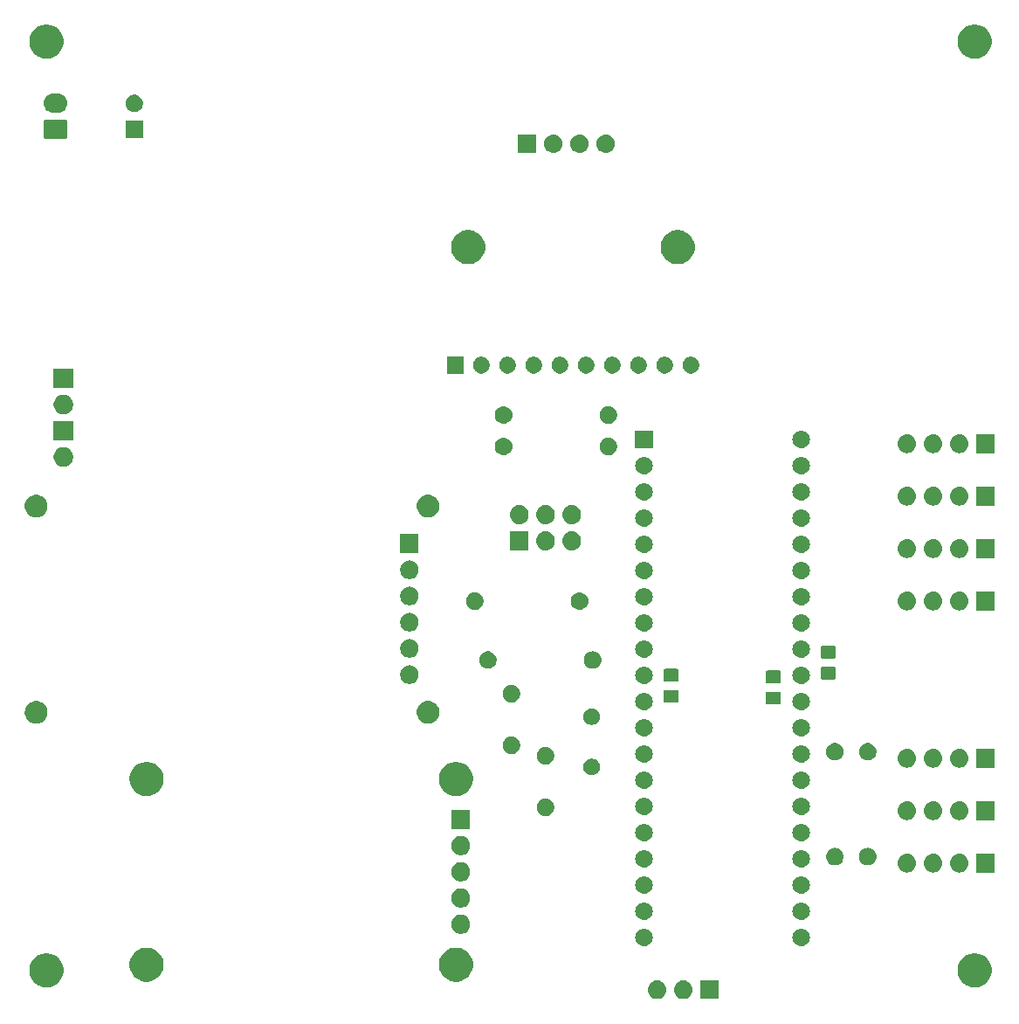
<source format=gbr>
G04 #@! TF.GenerationSoftware,KiCad,Pcbnew,5.1.4*
G04 #@! TF.CreationDate,2019-09-28T03:23:27+02:00*
G04 #@! TF.ProjectId,Stratosensor,53747261-746f-4736-956e-736f722e6b69,rev?*
G04 #@! TF.SameCoordinates,Original*
G04 #@! TF.FileFunction,Soldermask,Bot*
G04 #@! TF.FilePolarity,Negative*
%FSLAX46Y46*%
G04 Gerber Fmt 4.6, Leading zero omitted, Abs format (unit mm)*
G04 Created by KiCad (PCBNEW 5.1.4) date 2019-09-28 03:23:27*
%MOMM*%
%LPD*%
G04 APERTURE LIST*
%ADD10C,0.100000*%
G04 APERTURE END LIST*
D10*
G36*
X114320442Y-145995518D02*
G01*
X114386627Y-146002037D01*
X114556466Y-146053557D01*
X114712991Y-146137222D01*
X114748729Y-146166552D01*
X114850186Y-146249814D01*
X114933448Y-146351271D01*
X114962778Y-146387009D01*
X115046443Y-146543534D01*
X115097963Y-146713373D01*
X115115359Y-146890000D01*
X115097963Y-147066627D01*
X115046443Y-147236466D01*
X114962778Y-147392991D01*
X114933448Y-147428729D01*
X114850186Y-147530186D01*
X114748729Y-147613448D01*
X114712991Y-147642778D01*
X114556466Y-147726443D01*
X114386627Y-147777963D01*
X114320443Y-147784481D01*
X114254260Y-147791000D01*
X114165740Y-147791000D01*
X114099557Y-147784481D01*
X114033373Y-147777963D01*
X113863534Y-147726443D01*
X113707009Y-147642778D01*
X113671271Y-147613448D01*
X113569814Y-147530186D01*
X113486552Y-147428729D01*
X113457222Y-147392991D01*
X113373557Y-147236466D01*
X113322037Y-147066627D01*
X113304641Y-146890000D01*
X113322037Y-146713373D01*
X113373557Y-146543534D01*
X113457222Y-146387009D01*
X113486552Y-146351271D01*
X113569814Y-146249814D01*
X113671271Y-146166552D01*
X113707009Y-146137222D01*
X113863534Y-146053557D01*
X114033373Y-146002037D01*
X114099558Y-145995518D01*
X114165740Y-145989000D01*
X114254260Y-145989000D01*
X114320442Y-145995518D01*
X114320442Y-145995518D01*
G37*
G36*
X116860442Y-145995518D02*
G01*
X116926627Y-146002037D01*
X117096466Y-146053557D01*
X117252991Y-146137222D01*
X117288729Y-146166552D01*
X117390186Y-146249814D01*
X117473448Y-146351271D01*
X117502778Y-146387009D01*
X117586443Y-146543534D01*
X117637963Y-146713373D01*
X117655359Y-146890000D01*
X117637963Y-147066627D01*
X117586443Y-147236466D01*
X117502778Y-147392991D01*
X117473448Y-147428729D01*
X117390186Y-147530186D01*
X117288729Y-147613448D01*
X117252991Y-147642778D01*
X117096466Y-147726443D01*
X116926627Y-147777963D01*
X116860443Y-147784481D01*
X116794260Y-147791000D01*
X116705740Y-147791000D01*
X116639557Y-147784481D01*
X116573373Y-147777963D01*
X116403534Y-147726443D01*
X116247009Y-147642778D01*
X116211271Y-147613448D01*
X116109814Y-147530186D01*
X116026552Y-147428729D01*
X115997222Y-147392991D01*
X115913557Y-147236466D01*
X115862037Y-147066627D01*
X115844641Y-146890000D01*
X115862037Y-146713373D01*
X115913557Y-146543534D01*
X115997222Y-146387009D01*
X116026552Y-146351271D01*
X116109814Y-146249814D01*
X116211271Y-146166552D01*
X116247009Y-146137222D01*
X116403534Y-146053557D01*
X116573373Y-146002037D01*
X116639558Y-145995518D01*
X116705740Y-145989000D01*
X116794260Y-145989000D01*
X116860442Y-145995518D01*
X116860442Y-145995518D01*
G37*
G36*
X120191000Y-147791000D02*
G01*
X118389000Y-147791000D01*
X118389000Y-145989000D01*
X120191000Y-145989000D01*
X120191000Y-147791000D01*
X120191000Y-147791000D01*
G37*
G36*
X145375256Y-143391298D02*
G01*
X145481579Y-143412447D01*
X145782042Y-143536903D01*
X146052451Y-143717585D01*
X146282415Y-143947549D01*
X146463097Y-144217958D01*
X146587553Y-144518421D01*
X146651000Y-144837391D01*
X146651000Y-145162609D01*
X146587553Y-145481579D01*
X146463097Y-145782042D01*
X146282415Y-146052451D01*
X146052451Y-146282415D01*
X145782042Y-146463097D01*
X145481579Y-146587553D01*
X145375256Y-146608702D01*
X145162611Y-146651000D01*
X144837389Y-146651000D01*
X144624744Y-146608702D01*
X144518421Y-146587553D01*
X144217958Y-146463097D01*
X143947549Y-146282415D01*
X143717585Y-146052451D01*
X143536903Y-145782042D01*
X143412447Y-145481579D01*
X143349000Y-145162609D01*
X143349000Y-144837391D01*
X143412447Y-144518421D01*
X143536903Y-144217958D01*
X143717585Y-143947549D01*
X143947549Y-143717585D01*
X144217958Y-143536903D01*
X144518421Y-143412447D01*
X144624744Y-143391298D01*
X144837389Y-143349000D01*
X145162611Y-143349000D01*
X145375256Y-143391298D01*
X145375256Y-143391298D01*
G37*
G36*
X55375256Y-143391298D02*
G01*
X55481579Y-143412447D01*
X55782042Y-143536903D01*
X56052451Y-143717585D01*
X56282415Y-143947549D01*
X56463097Y-144217958D01*
X56587553Y-144518421D01*
X56651000Y-144837391D01*
X56651000Y-145162609D01*
X56587553Y-145481579D01*
X56463097Y-145782042D01*
X56282415Y-146052451D01*
X56052451Y-146282415D01*
X55782042Y-146463097D01*
X55481579Y-146587553D01*
X55375256Y-146608702D01*
X55162611Y-146651000D01*
X54837389Y-146651000D01*
X54624744Y-146608702D01*
X54518421Y-146587553D01*
X54217958Y-146463097D01*
X53947549Y-146282415D01*
X53717585Y-146052451D01*
X53536903Y-145782042D01*
X53412447Y-145481579D01*
X53349000Y-145162609D01*
X53349000Y-144837391D01*
X53412447Y-144518421D01*
X53536903Y-144217958D01*
X53717585Y-143947549D01*
X53947549Y-143717585D01*
X54217958Y-143536903D01*
X54518421Y-143412447D01*
X54624744Y-143391298D01*
X54837389Y-143349000D01*
X55162611Y-143349000D01*
X55375256Y-143391298D01*
X55375256Y-143391298D01*
G37*
G36*
X65075256Y-142851298D02*
G01*
X65181579Y-142872447D01*
X65482042Y-142996903D01*
X65752451Y-143177585D01*
X65982415Y-143407549D01*
X66163097Y-143677958D01*
X66287553Y-143978421D01*
X66351000Y-144297391D01*
X66351000Y-144622609D01*
X66287553Y-144941579D01*
X66163097Y-145242042D01*
X65982415Y-145512451D01*
X65752451Y-145742415D01*
X65482042Y-145923097D01*
X65181579Y-146047553D01*
X65075256Y-146068702D01*
X64862611Y-146111000D01*
X64537389Y-146111000D01*
X64324744Y-146068702D01*
X64218421Y-146047553D01*
X63917958Y-145923097D01*
X63647549Y-145742415D01*
X63417585Y-145512451D01*
X63236903Y-145242042D01*
X63112447Y-144941579D01*
X63049000Y-144622609D01*
X63049000Y-144297391D01*
X63112447Y-143978421D01*
X63236903Y-143677958D01*
X63417585Y-143407549D01*
X63647549Y-143177585D01*
X63917958Y-142996903D01*
X64218421Y-142872447D01*
X64324744Y-142851298D01*
X64537389Y-142809000D01*
X64862611Y-142809000D01*
X65075256Y-142851298D01*
X65075256Y-142851298D01*
G37*
G36*
X95075256Y-142851298D02*
G01*
X95181579Y-142872447D01*
X95482042Y-142996903D01*
X95752451Y-143177585D01*
X95982415Y-143407549D01*
X96163097Y-143677958D01*
X96287553Y-143978421D01*
X96351000Y-144297391D01*
X96351000Y-144622609D01*
X96287553Y-144941579D01*
X96163097Y-145242042D01*
X95982415Y-145512451D01*
X95752451Y-145742415D01*
X95482042Y-145923097D01*
X95181579Y-146047553D01*
X95075256Y-146068702D01*
X94862611Y-146111000D01*
X94537389Y-146111000D01*
X94324744Y-146068702D01*
X94218421Y-146047553D01*
X93917958Y-145923097D01*
X93647549Y-145742415D01*
X93417585Y-145512451D01*
X93236903Y-145242042D01*
X93112447Y-144941579D01*
X93049000Y-144622609D01*
X93049000Y-144297391D01*
X93112447Y-143978421D01*
X93236903Y-143677958D01*
X93417585Y-143407549D01*
X93647549Y-143177585D01*
X93917958Y-142996903D01*
X94218421Y-142872447D01*
X94324744Y-142851298D01*
X94537389Y-142809000D01*
X94862611Y-142809000D01*
X95075256Y-142851298D01*
X95075256Y-142851298D01*
G37*
G36*
X128346823Y-140971313D02*
G01*
X128507242Y-141019976D01*
X128639906Y-141090886D01*
X128655078Y-141098996D01*
X128784659Y-141205341D01*
X128891004Y-141334922D01*
X128891005Y-141334924D01*
X128970024Y-141482758D01*
X129018687Y-141643177D01*
X129035117Y-141810000D01*
X129018687Y-141976823D01*
X128970024Y-142137242D01*
X128899114Y-142269906D01*
X128891004Y-142285078D01*
X128784659Y-142414659D01*
X128655078Y-142521004D01*
X128655076Y-142521005D01*
X128507242Y-142600024D01*
X128346823Y-142648687D01*
X128221804Y-142661000D01*
X128138196Y-142661000D01*
X128013177Y-142648687D01*
X127852758Y-142600024D01*
X127704924Y-142521005D01*
X127704922Y-142521004D01*
X127575341Y-142414659D01*
X127468996Y-142285078D01*
X127460886Y-142269906D01*
X127389976Y-142137242D01*
X127341313Y-141976823D01*
X127324883Y-141810000D01*
X127341313Y-141643177D01*
X127389976Y-141482758D01*
X127468995Y-141334924D01*
X127468996Y-141334922D01*
X127575341Y-141205341D01*
X127704922Y-141098996D01*
X127720094Y-141090886D01*
X127852758Y-141019976D01*
X128013177Y-140971313D01*
X128138196Y-140959000D01*
X128221804Y-140959000D01*
X128346823Y-140971313D01*
X128346823Y-140971313D01*
G37*
G36*
X113106823Y-140971313D02*
G01*
X113267242Y-141019976D01*
X113399906Y-141090886D01*
X113415078Y-141098996D01*
X113544659Y-141205341D01*
X113651004Y-141334922D01*
X113651005Y-141334924D01*
X113730024Y-141482758D01*
X113778687Y-141643177D01*
X113795117Y-141810000D01*
X113778687Y-141976823D01*
X113730024Y-142137242D01*
X113659114Y-142269906D01*
X113651004Y-142285078D01*
X113544659Y-142414659D01*
X113415078Y-142521004D01*
X113415076Y-142521005D01*
X113267242Y-142600024D01*
X113106823Y-142648687D01*
X112981804Y-142661000D01*
X112898196Y-142661000D01*
X112773177Y-142648687D01*
X112612758Y-142600024D01*
X112464924Y-142521005D01*
X112464922Y-142521004D01*
X112335341Y-142414659D01*
X112228996Y-142285078D01*
X112220886Y-142269906D01*
X112149976Y-142137242D01*
X112101313Y-141976823D01*
X112084883Y-141810000D01*
X112101313Y-141643177D01*
X112149976Y-141482758D01*
X112228995Y-141334924D01*
X112228996Y-141334922D01*
X112335341Y-141205341D01*
X112464922Y-141098996D01*
X112480094Y-141090886D01*
X112612758Y-141019976D01*
X112773177Y-140971313D01*
X112898196Y-140959000D01*
X112981804Y-140959000D01*
X113106823Y-140971313D01*
X113106823Y-140971313D01*
G37*
G36*
X95430104Y-139649585D02*
G01*
X95598626Y-139719389D01*
X95750291Y-139820728D01*
X95879272Y-139949709D01*
X95980611Y-140101374D01*
X96050415Y-140269896D01*
X96086000Y-140448797D01*
X96086000Y-140631203D01*
X96050415Y-140810104D01*
X95980611Y-140978626D01*
X95879272Y-141130291D01*
X95750291Y-141259272D01*
X95598626Y-141360611D01*
X95430104Y-141430415D01*
X95251203Y-141466000D01*
X95068797Y-141466000D01*
X94889896Y-141430415D01*
X94721374Y-141360611D01*
X94569709Y-141259272D01*
X94440728Y-141130291D01*
X94339389Y-140978626D01*
X94269585Y-140810104D01*
X94234000Y-140631203D01*
X94234000Y-140448797D01*
X94269585Y-140269896D01*
X94339389Y-140101374D01*
X94440728Y-139949709D01*
X94569709Y-139820728D01*
X94721374Y-139719389D01*
X94889896Y-139649585D01*
X95068797Y-139614000D01*
X95251203Y-139614000D01*
X95430104Y-139649585D01*
X95430104Y-139649585D01*
G37*
G36*
X113106823Y-138431313D02*
G01*
X113267242Y-138479976D01*
X113399906Y-138550886D01*
X113415078Y-138558996D01*
X113544659Y-138665341D01*
X113651004Y-138794922D01*
X113651005Y-138794924D01*
X113730024Y-138942758D01*
X113778687Y-139103177D01*
X113795117Y-139270000D01*
X113778687Y-139436823D01*
X113730024Y-139597242D01*
X113664735Y-139719389D01*
X113651004Y-139745078D01*
X113544659Y-139874659D01*
X113415078Y-139981004D01*
X113415076Y-139981005D01*
X113267242Y-140060024D01*
X113106823Y-140108687D01*
X112981804Y-140121000D01*
X112898196Y-140121000D01*
X112773177Y-140108687D01*
X112612758Y-140060024D01*
X112464924Y-139981005D01*
X112464922Y-139981004D01*
X112335341Y-139874659D01*
X112228996Y-139745078D01*
X112215265Y-139719389D01*
X112149976Y-139597242D01*
X112101313Y-139436823D01*
X112084883Y-139270000D01*
X112101313Y-139103177D01*
X112149976Y-138942758D01*
X112228995Y-138794924D01*
X112228996Y-138794922D01*
X112335341Y-138665341D01*
X112464922Y-138558996D01*
X112480094Y-138550886D01*
X112612758Y-138479976D01*
X112773177Y-138431313D01*
X112898196Y-138419000D01*
X112981804Y-138419000D01*
X113106823Y-138431313D01*
X113106823Y-138431313D01*
G37*
G36*
X128346823Y-138431313D02*
G01*
X128507242Y-138479976D01*
X128639906Y-138550886D01*
X128655078Y-138558996D01*
X128784659Y-138665341D01*
X128891004Y-138794922D01*
X128891005Y-138794924D01*
X128970024Y-138942758D01*
X129018687Y-139103177D01*
X129035117Y-139270000D01*
X129018687Y-139436823D01*
X128970024Y-139597242D01*
X128904735Y-139719389D01*
X128891004Y-139745078D01*
X128784659Y-139874659D01*
X128655078Y-139981004D01*
X128655076Y-139981005D01*
X128507242Y-140060024D01*
X128346823Y-140108687D01*
X128221804Y-140121000D01*
X128138196Y-140121000D01*
X128013177Y-140108687D01*
X127852758Y-140060024D01*
X127704924Y-139981005D01*
X127704922Y-139981004D01*
X127575341Y-139874659D01*
X127468996Y-139745078D01*
X127455265Y-139719389D01*
X127389976Y-139597242D01*
X127341313Y-139436823D01*
X127324883Y-139270000D01*
X127341313Y-139103177D01*
X127389976Y-138942758D01*
X127468995Y-138794924D01*
X127468996Y-138794922D01*
X127575341Y-138665341D01*
X127704922Y-138558996D01*
X127720094Y-138550886D01*
X127852758Y-138479976D01*
X128013177Y-138431313D01*
X128138196Y-138419000D01*
X128221804Y-138419000D01*
X128346823Y-138431313D01*
X128346823Y-138431313D01*
G37*
G36*
X95430104Y-137109585D02*
G01*
X95598626Y-137179389D01*
X95750291Y-137280728D01*
X95879272Y-137409709D01*
X95980611Y-137561374D01*
X96050415Y-137729896D01*
X96086000Y-137908797D01*
X96086000Y-138091203D01*
X96050415Y-138270104D01*
X95980611Y-138438626D01*
X95879272Y-138590291D01*
X95750291Y-138719272D01*
X95598626Y-138820611D01*
X95430104Y-138890415D01*
X95251203Y-138926000D01*
X95068797Y-138926000D01*
X94889896Y-138890415D01*
X94721374Y-138820611D01*
X94569709Y-138719272D01*
X94440728Y-138590291D01*
X94339389Y-138438626D01*
X94269585Y-138270104D01*
X94234000Y-138091203D01*
X94234000Y-137908797D01*
X94269585Y-137729896D01*
X94339389Y-137561374D01*
X94440728Y-137409709D01*
X94569709Y-137280728D01*
X94721374Y-137179389D01*
X94889896Y-137109585D01*
X95068797Y-137074000D01*
X95251203Y-137074000D01*
X95430104Y-137109585D01*
X95430104Y-137109585D01*
G37*
G36*
X128346823Y-135891313D02*
G01*
X128507242Y-135939976D01*
X128639906Y-136010886D01*
X128655078Y-136018996D01*
X128784659Y-136125341D01*
X128891004Y-136254922D01*
X128891005Y-136254924D01*
X128970024Y-136402758D01*
X129018687Y-136563177D01*
X129035117Y-136730000D01*
X129018687Y-136896823D01*
X128970024Y-137057242D01*
X128904735Y-137179389D01*
X128891004Y-137205078D01*
X128784659Y-137334659D01*
X128655078Y-137441004D01*
X128655076Y-137441005D01*
X128507242Y-137520024D01*
X128346823Y-137568687D01*
X128221804Y-137581000D01*
X128138196Y-137581000D01*
X128013177Y-137568687D01*
X127852758Y-137520024D01*
X127704924Y-137441005D01*
X127704922Y-137441004D01*
X127575341Y-137334659D01*
X127468996Y-137205078D01*
X127455265Y-137179389D01*
X127389976Y-137057242D01*
X127341313Y-136896823D01*
X127324883Y-136730000D01*
X127341313Y-136563177D01*
X127389976Y-136402758D01*
X127468995Y-136254924D01*
X127468996Y-136254922D01*
X127575341Y-136125341D01*
X127704922Y-136018996D01*
X127720094Y-136010886D01*
X127852758Y-135939976D01*
X128013177Y-135891313D01*
X128138196Y-135879000D01*
X128221804Y-135879000D01*
X128346823Y-135891313D01*
X128346823Y-135891313D01*
G37*
G36*
X113106823Y-135891313D02*
G01*
X113267242Y-135939976D01*
X113399906Y-136010886D01*
X113415078Y-136018996D01*
X113544659Y-136125341D01*
X113651004Y-136254922D01*
X113651005Y-136254924D01*
X113730024Y-136402758D01*
X113778687Y-136563177D01*
X113795117Y-136730000D01*
X113778687Y-136896823D01*
X113730024Y-137057242D01*
X113664735Y-137179389D01*
X113651004Y-137205078D01*
X113544659Y-137334659D01*
X113415078Y-137441004D01*
X113415076Y-137441005D01*
X113267242Y-137520024D01*
X113106823Y-137568687D01*
X112981804Y-137581000D01*
X112898196Y-137581000D01*
X112773177Y-137568687D01*
X112612758Y-137520024D01*
X112464924Y-137441005D01*
X112464922Y-137441004D01*
X112335341Y-137334659D01*
X112228996Y-137205078D01*
X112215265Y-137179389D01*
X112149976Y-137057242D01*
X112101313Y-136896823D01*
X112084883Y-136730000D01*
X112101313Y-136563177D01*
X112149976Y-136402758D01*
X112228995Y-136254924D01*
X112228996Y-136254922D01*
X112335341Y-136125341D01*
X112464922Y-136018996D01*
X112480094Y-136010886D01*
X112612758Y-135939976D01*
X112773177Y-135891313D01*
X112898196Y-135879000D01*
X112981804Y-135879000D01*
X113106823Y-135891313D01*
X113106823Y-135891313D01*
G37*
G36*
X95430104Y-134569585D02*
G01*
X95598626Y-134639389D01*
X95750291Y-134740728D01*
X95879272Y-134869709D01*
X95980611Y-135021374D01*
X96050415Y-135189896D01*
X96086000Y-135368797D01*
X96086000Y-135551203D01*
X96050415Y-135730104D01*
X95980611Y-135898626D01*
X95879272Y-136050291D01*
X95750291Y-136179272D01*
X95598626Y-136280611D01*
X95430104Y-136350415D01*
X95251203Y-136386000D01*
X95068797Y-136386000D01*
X94889896Y-136350415D01*
X94721374Y-136280611D01*
X94569709Y-136179272D01*
X94440728Y-136050291D01*
X94339389Y-135898626D01*
X94269585Y-135730104D01*
X94234000Y-135551203D01*
X94234000Y-135368797D01*
X94269585Y-135189896D01*
X94339389Y-135021374D01*
X94440728Y-134869709D01*
X94569709Y-134740728D01*
X94721374Y-134639389D01*
X94889896Y-134569585D01*
X95068797Y-134534000D01*
X95251203Y-134534000D01*
X95430104Y-134569585D01*
X95430104Y-134569585D01*
G37*
G36*
X138540443Y-133725519D02*
G01*
X138606627Y-133732037D01*
X138776466Y-133783557D01*
X138932991Y-133867222D01*
X138968729Y-133896552D01*
X139070186Y-133979814D01*
X139153448Y-134081271D01*
X139182778Y-134117009D01*
X139266443Y-134273534D01*
X139317963Y-134443373D01*
X139335359Y-134620000D01*
X139317963Y-134796627D01*
X139266443Y-134966466D01*
X139182778Y-135122991D01*
X139153448Y-135158729D01*
X139070186Y-135260186D01*
X138968729Y-135343448D01*
X138932991Y-135372778D01*
X138776466Y-135456443D01*
X138606627Y-135507963D01*
X138540443Y-135514481D01*
X138474260Y-135521000D01*
X138385740Y-135521000D01*
X138319557Y-135514481D01*
X138253373Y-135507963D01*
X138083534Y-135456443D01*
X137927009Y-135372778D01*
X137891271Y-135343448D01*
X137789814Y-135260186D01*
X137706552Y-135158729D01*
X137677222Y-135122991D01*
X137593557Y-134966466D01*
X137542037Y-134796627D01*
X137524641Y-134620000D01*
X137542037Y-134443373D01*
X137593557Y-134273534D01*
X137677222Y-134117009D01*
X137706552Y-134081271D01*
X137789814Y-133979814D01*
X137891271Y-133896552D01*
X137927009Y-133867222D01*
X138083534Y-133783557D01*
X138253373Y-133732037D01*
X138319557Y-133725519D01*
X138385740Y-133719000D01*
X138474260Y-133719000D01*
X138540443Y-133725519D01*
X138540443Y-133725519D01*
G37*
G36*
X146951000Y-135521000D02*
G01*
X145149000Y-135521000D01*
X145149000Y-133719000D01*
X146951000Y-133719000D01*
X146951000Y-135521000D01*
X146951000Y-135521000D01*
G37*
G36*
X143620443Y-133725519D02*
G01*
X143686627Y-133732037D01*
X143856466Y-133783557D01*
X144012991Y-133867222D01*
X144048729Y-133896552D01*
X144150186Y-133979814D01*
X144233448Y-134081271D01*
X144262778Y-134117009D01*
X144346443Y-134273534D01*
X144397963Y-134443373D01*
X144415359Y-134620000D01*
X144397963Y-134796627D01*
X144346443Y-134966466D01*
X144262778Y-135122991D01*
X144233448Y-135158729D01*
X144150186Y-135260186D01*
X144048729Y-135343448D01*
X144012991Y-135372778D01*
X143856466Y-135456443D01*
X143686627Y-135507963D01*
X143620443Y-135514481D01*
X143554260Y-135521000D01*
X143465740Y-135521000D01*
X143399557Y-135514481D01*
X143333373Y-135507963D01*
X143163534Y-135456443D01*
X143007009Y-135372778D01*
X142971271Y-135343448D01*
X142869814Y-135260186D01*
X142786552Y-135158729D01*
X142757222Y-135122991D01*
X142673557Y-134966466D01*
X142622037Y-134796627D01*
X142604641Y-134620000D01*
X142622037Y-134443373D01*
X142673557Y-134273534D01*
X142757222Y-134117009D01*
X142786552Y-134081271D01*
X142869814Y-133979814D01*
X142971271Y-133896552D01*
X143007009Y-133867222D01*
X143163534Y-133783557D01*
X143333373Y-133732037D01*
X143399557Y-133725519D01*
X143465740Y-133719000D01*
X143554260Y-133719000D01*
X143620443Y-133725519D01*
X143620443Y-133725519D01*
G37*
G36*
X141080443Y-133725519D02*
G01*
X141146627Y-133732037D01*
X141316466Y-133783557D01*
X141472991Y-133867222D01*
X141508729Y-133896552D01*
X141610186Y-133979814D01*
X141693448Y-134081271D01*
X141722778Y-134117009D01*
X141806443Y-134273534D01*
X141857963Y-134443373D01*
X141875359Y-134620000D01*
X141857963Y-134796627D01*
X141806443Y-134966466D01*
X141722778Y-135122991D01*
X141693448Y-135158729D01*
X141610186Y-135260186D01*
X141508729Y-135343448D01*
X141472991Y-135372778D01*
X141316466Y-135456443D01*
X141146627Y-135507963D01*
X141080443Y-135514481D01*
X141014260Y-135521000D01*
X140925740Y-135521000D01*
X140859557Y-135514481D01*
X140793373Y-135507963D01*
X140623534Y-135456443D01*
X140467009Y-135372778D01*
X140431271Y-135343448D01*
X140329814Y-135260186D01*
X140246552Y-135158729D01*
X140217222Y-135122991D01*
X140133557Y-134966466D01*
X140082037Y-134796627D01*
X140064641Y-134620000D01*
X140082037Y-134443373D01*
X140133557Y-134273534D01*
X140217222Y-134117009D01*
X140246552Y-134081271D01*
X140329814Y-133979814D01*
X140431271Y-133896552D01*
X140467009Y-133867222D01*
X140623534Y-133783557D01*
X140793373Y-133732037D01*
X140859557Y-133725519D01*
X140925740Y-133719000D01*
X141014260Y-133719000D01*
X141080443Y-133725519D01*
X141080443Y-133725519D01*
G37*
G36*
X128346823Y-133351313D02*
G01*
X128507242Y-133399976D01*
X128639906Y-133470886D01*
X128655078Y-133478996D01*
X128784659Y-133585341D01*
X128891004Y-133714922D01*
X128891005Y-133714924D01*
X128970024Y-133862758D01*
X129018687Y-134023177D01*
X129035117Y-134190000D01*
X129018687Y-134356823D01*
X128970024Y-134517242D01*
X128931316Y-134589659D01*
X128891004Y-134665078D01*
X128784659Y-134794659D01*
X128655078Y-134901004D01*
X128655076Y-134901005D01*
X128507242Y-134980024D01*
X128346823Y-135028687D01*
X128221804Y-135041000D01*
X128138196Y-135041000D01*
X128013177Y-135028687D01*
X127852758Y-134980024D01*
X127704924Y-134901005D01*
X127704922Y-134901004D01*
X127575341Y-134794659D01*
X127468996Y-134665078D01*
X127428684Y-134589659D01*
X127389976Y-134517242D01*
X127341313Y-134356823D01*
X127324883Y-134190000D01*
X127341313Y-134023177D01*
X127389976Y-133862758D01*
X127468995Y-133714924D01*
X127468996Y-133714922D01*
X127575341Y-133585341D01*
X127704922Y-133478996D01*
X127720094Y-133470886D01*
X127852758Y-133399976D01*
X128013177Y-133351313D01*
X128138196Y-133339000D01*
X128221804Y-133339000D01*
X128346823Y-133351313D01*
X128346823Y-133351313D01*
G37*
G36*
X113106823Y-133351313D02*
G01*
X113267242Y-133399976D01*
X113399906Y-133470886D01*
X113415078Y-133478996D01*
X113544659Y-133585341D01*
X113651004Y-133714922D01*
X113651005Y-133714924D01*
X113730024Y-133862758D01*
X113778687Y-134023177D01*
X113795117Y-134190000D01*
X113778687Y-134356823D01*
X113730024Y-134517242D01*
X113691316Y-134589659D01*
X113651004Y-134665078D01*
X113544659Y-134794659D01*
X113415078Y-134901004D01*
X113415076Y-134901005D01*
X113267242Y-134980024D01*
X113106823Y-135028687D01*
X112981804Y-135041000D01*
X112898196Y-135041000D01*
X112773177Y-135028687D01*
X112612758Y-134980024D01*
X112464924Y-134901005D01*
X112464922Y-134901004D01*
X112335341Y-134794659D01*
X112228996Y-134665078D01*
X112188684Y-134589659D01*
X112149976Y-134517242D01*
X112101313Y-134356823D01*
X112084883Y-134190000D01*
X112101313Y-134023177D01*
X112149976Y-133862758D01*
X112228995Y-133714924D01*
X112228996Y-133714922D01*
X112335341Y-133585341D01*
X112464922Y-133478996D01*
X112480094Y-133470886D01*
X112612758Y-133399976D01*
X112773177Y-133351313D01*
X112898196Y-133339000D01*
X112981804Y-133339000D01*
X113106823Y-133351313D01*
X113106823Y-133351313D01*
G37*
G36*
X131611823Y-133146313D02*
G01*
X131772242Y-133194976D01*
X131904906Y-133265886D01*
X131920078Y-133273996D01*
X132049659Y-133380341D01*
X132156004Y-133509922D01*
X132156005Y-133509924D01*
X132235024Y-133657758D01*
X132283687Y-133818177D01*
X132300117Y-133985000D01*
X132283687Y-134151823D01*
X132235024Y-134312242D01*
X132164933Y-134443373D01*
X132156004Y-134460078D01*
X132049659Y-134589659D01*
X131920078Y-134696004D01*
X131920076Y-134696005D01*
X131772242Y-134775024D01*
X131611823Y-134823687D01*
X131486804Y-134836000D01*
X131403196Y-134836000D01*
X131278177Y-134823687D01*
X131117758Y-134775024D01*
X130969924Y-134696005D01*
X130969922Y-134696004D01*
X130840341Y-134589659D01*
X130733996Y-134460078D01*
X130725067Y-134443373D01*
X130654976Y-134312242D01*
X130606313Y-134151823D01*
X130589883Y-133985000D01*
X130606313Y-133818177D01*
X130654976Y-133657758D01*
X130733995Y-133509924D01*
X130733996Y-133509922D01*
X130840341Y-133380341D01*
X130969922Y-133273996D01*
X130985094Y-133265886D01*
X131117758Y-133194976D01*
X131278177Y-133146313D01*
X131403196Y-133134000D01*
X131486804Y-133134000D01*
X131611823Y-133146313D01*
X131611823Y-133146313D01*
G37*
G36*
X134786823Y-133146313D02*
G01*
X134947242Y-133194976D01*
X135079906Y-133265886D01*
X135095078Y-133273996D01*
X135224659Y-133380341D01*
X135331004Y-133509922D01*
X135331005Y-133509924D01*
X135410024Y-133657758D01*
X135458687Y-133818177D01*
X135475117Y-133985000D01*
X135458687Y-134151823D01*
X135410024Y-134312242D01*
X135339933Y-134443373D01*
X135331004Y-134460078D01*
X135224659Y-134589659D01*
X135095078Y-134696004D01*
X135095076Y-134696005D01*
X134947242Y-134775024D01*
X134786823Y-134823687D01*
X134661804Y-134836000D01*
X134578196Y-134836000D01*
X134453177Y-134823687D01*
X134292758Y-134775024D01*
X134144924Y-134696005D01*
X134144922Y-134696004D01*
X134015341Y-134589659D01*
X133908996Y-134460078D01*
X133900067Y-134443373D01*
X133829976Y-134312242D01*
X133781313Y-134151823D01*
X133764883Y-133985000D01*
X133781313Y-133818177D01*
X133829976Y-133657758D01*
X133908995Y-133509924D01*
X133908996Y-133509922D01*
X134015341Y-133380341D01*
X134144922Y-133273996D01*
X134160094Y-133265886D01*
X134292758Y-133194976D01*
X134453177Y-133146313D01*
X134578196Y-133134000D01*
X134661804Y-133134000D01*
X134786823Y-133146313D01*
X134786823Y-133146313D01*
G37*
G36*
X95430104Y-132029585D02*
G01*
X95598626Y-132099389D01*
X95750291Y-132200728D01*
X95879272Y-132329709D01*
X95980611Y-132481374D01*
X96050415Y-132649896D01*
X96086000Y-132828797D01*
X96086000Y-133011203D01*
X96050415Y-133190104D01*
X95980611Y-133358626D01*
X95879272Y-133510291D01*
X95750291Y-133639272D01*
X95598626Y-133740611D01*
X95430104Y-133810415D01*
X95251203Y-133846000D01*
X95068797Y-133846000D01*
X94889896Y-133810415D01*
X94721374Y-133740611D01*
X94569709Y-133639272D01*
X94440728Y-133510291D01*
X94339389Y-133358626D01*
X94269585Y-133190104D01*
X94234000Y-133011203D01*
X94234000Y-132828797D01*
X94269585Y-132649896D01*
X94339389Y-132481374D01*
X94440728Y-132329709D01*
X94569709Y-132200728D01*
X94721374Y-132099389D01*
X94889896Y-132029585D01*
X95068797Y-131994000D01*
X95251203Y-131994000D01*
X95430104Y-132029585D01*
X95430104Y-132029585D01*
G37*
G36*
X128346823Y-130811313D02*
G01*
X128507242Y-130859976D01*
X128639906Y-130930886D01*
X128655078Y-130938996D01*
X128784659Y-131045341D01*
X128891004Y-131174922D01*
X128891005Y-131174924D01*
X128970024Y-131322758D01*
X129018687Y-131483177D01*
X129035117Y-131650000D01*
X129018687Y-131816823D01*
X128970024Y-131977242D01*
X128904735Y-132099389D01*
X128891004Y-132125078D01*
X128784659Y-132254659D01*
X128655078Y-132361004D01*
X128655076Y-132361005D01*
X128507242Y-132440024D01*
X128346823Y-132488687D01*
X128221804Y-132501000D01*
X128138196Y-132501000D01*
X128013177Y-132488687D01*
X127852758Y-132440024D01*
X127704924Y-132361005D01*
X127704922Y-132361004D01*
X127575341Y-132254659D01*
X127468996Y-132125078D01*
X127455265Y-132099389D01*
X127389976Y-131977242D01*
X127341313Y-131816823D01*
X127324883Y-131650000D01*
X127341313Y-131483177D01*
X127389976Y-131322758D01*
X127468995Y-131174924D01*
X127468996Y-131174922D01*
X127575341Y-131045341D01*
X127704922Y-130938996D01*
X127720094Y-130930886D01*
X127852758Y-130859976D01*
X128013177Y-130811313D01*
X128138196Y-130799000D01*
X128221804Y-130799000D01*
X128346823Y-130811313D01*
X128346823Y-130811313D01*
G37*
G36*
X113106823Y-130811313D02*
G01*
X113267242Y-130859976D01*
X113399906Y-130930886D01*
X113415078Y-130938996D01*
X113544659Y-131045341D01*
X113651004Y-131174922D01*
X113651005Y-131174924D01*
X113730024Y-131322758D01*
X113778687Y-131483177D01*
X113795117Y-131650000D01*
X113778687Y-131816823D01*
X113730024Y-131977242D01*
X113664735Y-132099389D01*
X113651004Y-132125078D01*
X113544659Y-132254659D01*
X113415078Y-132361004D01*
X113415076Y-132361005D01*
X113267242Y-132440024D01*
X113106823Y-132488687D01*
X112981804Y-132501000D01*
X112898196Y-132501000D01*
X112773177Y-132488687D01*
X112612758Y-132440024D01*
X112464924Y-132361005D01*
X112464922Y-132361004D01*
X112335341Y-132254659D01*
X112228996Y-132125078D01*
X112215265Y-132099389D01*
X112149976Y-131977242D01*
X112101313Y-131816823D01*
X112084883Y-131650000D01*
X112101313Y-131483177D01*
X112149976Y-131322758D01*
X112228995Y-131174924D01*
X112228996Y-131174922D01*
X112335341Y-131045341D01*
X112464922Y-130938996D01*
X112480094Y-130930886D01*
X112612758Y-130859976D01*
X112773177Y-130811313D01*
X112898196Y-130799000D01*
X112981804Y-130799000D01*
X113106823Y-130811313D01*
X113106823Y-130811313D01*
G37*
G36*
X96086000Y-131306000D02*
G01*
X94234000Y-131306000D01*
X94234000Y-129454000D01*
X96086000Y-129454000D01*
X96086000Y-131306000D01*
X96086000Y-131306000D01*
G37*
G36*
X143620443Y-128645519D02*
G01*
X143686627Y-128652037D01*
X143856466Y-128703557D01*
X144012991Y-128787222D01*
X144032098Y-128802903D01*
X144150186Y-128899814D01*
X144233448Y-129001271D01*
X144262778Y-129037009D01*
X144346443Y-129193534D01*
X144397963Y-129363373D01*
X144415359Y-129540000D01*
X144397963Y-129716627D01*
X144346443Y-129886466D01*
X144262778Y-130042991D01*
X144251281Y-130057000D01*
X144150186Y-130180186D01*
X144048729Y-130263448D01*
X144012991Y-130292778D01*
X143856466Y-130376443D01*
X143686627Y-130427963D01*
X143620443Y-130434481D01*
X143554260Y-130441000D01*
X143465740Y-130441000D01*
X143399557Y-130434481D01*
X143333373Y-130427963D01*
X143163534Y-130376443D01*
X143007009Y-130292778D01*
X142971271Y-130263448D01*
X142869814Y-130180186D01*
X142768719Y-130057000D01*
X142757222Y-130042991D01*
X142673557Y-129886466D01*
X142622037Y-129716627D01*
X142604641Y-129540000D01*
X142622037Y-129363373D01*
X142673557Y-129193534D01*
X142757222Y-129037009D01*
X142786552Y-129001271D01*
X142869814Y-128899814D01*
X142987902Y-128802903D01*
X143007009Y-128787222D01*
X143163534Y-128703557D01*
X143333373Y-128652037D01*
X143399557Y-128645519D01*
X143465740Y-128639000D01*
X143554260Y-128639000D01*
X143620443Y-128645519D01*
X143620443Y-128645519D01*
G37*
G36*
X138540443Y-128645519D02*
G01*
X138606627Y-128652037D01*
X138776466Y-128703557D01*
X138932991Y-128787222D01*
X138952098Y-128802903D01*
X139070186Y-128899814D01*
X139153448Y-129001271D01*
X139182778Y-129037009D01*
X139266443Y-129193534D01*
X139317963Y-129363373D01*
X139335359Y-129540000D01*
X139317963Y-129716627D01*
X139266443Y-129886466D01*
X139182778Y-130042991D01*
X139171281Y-130057000D01*
X139070186Y-130180186D01*
X138968729Y-130263448D01*
X138932991Y-130292778D01*
X138776466Y-130376443D01*
X138606627Y-130427963D01*
X138540443Y-130434481D01*
X138474260Y-130441000D01*
X138385740Y-130441000D01*
X138319557Y-130434481D01*
X138253373Y-130427963D01*
X138083534Y-130376443D01*
X137927009Y-130292778D01*
X137891271Y-130263448D01*
X137789814Y-130180186D01*
X137688719Y-130057000D01*
X137677222Y-130042991D01*
X137593557Y-129886466D01*
X137542037Y-129716627D01*
X137524641Y-129540000D01*
X137542037Y-129363373D01*
X137593557Y-129193534D01*
X137677222Y-129037009D01*
X137706552Y-129001271D01*
X137789814Y-128899814D01*
X137907902Y-128802903D01*
X137927009Y-128787222D01*
X138083534Y-128703557D01*
X138253373Y-128652037D01*
X138319557Y-128645519D01*
X138385740Y-128639000D01*
X138474260Y-128639000D01*
X138540443Y-128645519D01*
X138540443Y-128645519D01*
G37*
G36*
X146951000Y-130441000D02*
G01*
X145149000Y-130441000D01*
X145149000Y-128639000D01*
X146951000Y-128639000D01*
X146951000Y-130441000D01*
X146951000Y-130441000D01*
G37*
G36*
X141080443Y-128645519D02*
G01*
X141146627Y-128652037D01*
X141316466Y-128703557D01*
X141472991Y-128787222D01*
X141492098Y-128802903D01*
X141610186Y-128899814D01*
X141693448Y-129001271D01*
X141722778Y-129037009D01*
X141806443Y-129193534D01*
X141857963Y-129363373D01*
X141875359Y-129540000D01*
X141857963Y-129716627D01*
X141806443Y-129886466D01*
X141722778Y-130042991D01*
X141711281Y-130057000D01*
X141610186Y-130180186D01*
X141508729Y-130263448D01*
X141472991Y-130292778D01*
X141316466Y-130376443D01*
X141146627Y-130427963D01*
X141080443Y-130434481D01*
X141014260Y-130441000D01*
X140925740Y-130441000D01*
X140859557Y-130434481D01*
X140793373Y-130427963D01*
X140623534Y-130376443D01*
X140467009Y-130292778D01*
X140431271Y-130263448D01*
X140329814Y-130180186D01*
X140228719Y-130057000D01*
X140217222Y-130042991D01*
X140133557Y-129886466D01*
X140082037Y-129716627D01*
X140064641Y-129540000D01*
X140082037Y-129363373D01*
X140133557Y-129193534D01*
X140217222Y-129037009D01*
X140246552Y-129001271D01*
X140329814Y-128899814D01*
X140447902Y-128802903D01*
X140467009Y-128787222D01*
X140623534Y-128703557D01*
X140793373Y-128652037D01*
X140859557Y-128645519D01*
X140925740Y-128639000D01*
X141014260Y-128639000D01*
X141080443Y-128645519D01*
X141080443Y-128645519D01*
G37*
G36*
X103626228Y-128387703D02*
G01*
X103781100Y-128451853D01*
X103920481Y-128544985D01*
X104039015Y-128663519D01*
X104132147Y-128802900D01*
X104196297Y-128957772D01*
X104229000Y-129122184D01*
X104229000Y-129289816D01*
X104196297Y-129454228D01*
X104132147Y-129609100D01*
X104039015Y-129748481D01*
X103920481Y-129867015D01*
X103781100Y-129960147D01*
X103626228Y-130024297D01*
X103461816Y-130057000D01*
X103294184Y-130057000D01*
X103129772Y-130024297D01*
X102974900Y-129960147D01*
X102835519Y-129867015D01*
X102716985Y-129748481D01*
X102623853Y-129609100D01*
X102559703Y-129454228D01*
X102527000Y-129289816D01*
X102527000Y-129122184D01*
X102559703Y-128957772D01*
X102623853Y-128802900D01*
X102716985Y-128663519D01*
X102835519Y-128544985D01*
X102974900Y-128451853D01*
X103129772Y-128387703D01*
X103294184Y-128355000D01*
X103461816Y-128355000D01*
X103626228Y-128387703D01*
X103626228Y-128387703D01*
G37*
G36*
X128346823Y-128271313D02*
G01*
X128507242Y-128319976D01*
X128572767Y-128355000D01*
X128655078Y-128398996D01*
X128784659Y-128505341D01*
X128891004Y-128634922D01*
X128891005Y-128634924D01*
X128970024Y-128782758D01*
X129018687Y-128943177D01*
X129035117Y-129110000D01*
X129018687Y-129276823D01*
X128970024Y-129437242D01*
X128960944Y-129454229D01*
X128891004Y-129585078D01*
X128784659Y-129714659D01*
X128655078Y-129821004D01*
X128655076Y-129821005D01*
X128507242Y-129900024D01*
X128346823Y-129948687D01*
X128221804Y-129961000D01*
X128138196Y-129961000D01*
X128013177Y-129948687D01*
X127852758Y-129900024D01*
X127704924Y-129821005D01*
X127704922Y-129821004D01*
X127575341Y-129714659D01*
X127468996Y-129585078D01*
X127399056Y-129454229D01*
X127389976Y-129437242D01*
X127341313Y-129276823D01*
X127324883Y-129110000D01*
X127341313Y-128943177D01*
X127389976Y-128782758D01*
X127468995Y-128634924D01*
X127468996Y-128634922D01*
X127575341Y-128505341D01*
X127704922Y-128398996D01*
X127787233Y-128355000D01*
X127852758Y-128319976D01*
X128013177Y-128271313D01*
X128138196Y-128259000D01*
X128221804Y-128259000D01*
X128346823Y-128271313D01*
X128346823Y-128271313D01*
G37*
G36*
X113106823Y-128271313D02*
G01*
X113267242Y-128319976D01*
X113332767Y-128355000D01*
X113415078Y-128398996D01*
X113544659Y-128505341D01*
X113651004Y-128634922D01*
X113651005Y-128634924D01*
X113730024Y-128782758D01*
X113778687Y-128943177D01*
X113795117Y-129110000D01*
X113778687Y-129276823D01*
X113730024Y-129437242D01*
X113720944Y-129454229D01*
X113651004Y-129585078D01*
X113544659Y-129714659D01*
X113415078Y-129821004D01*
X113415076Y-129821005D01*
X113267242Y-129900024D01*
X113106823Y-129948687D01*
X112981804Y-129961000D01*
X112898196Y-129961000D01*
X112773177Y-129948687D01*
X112612758Y-129900024D01*
X112464924Y-129821005D01*
X112464922Y-129821004D01*
X112335341Y-129714659D01*
X112228996Y-129585078D01*
X112159056Y-129454229D01*
X112149976Y-129437242D01*
X112101313Y-129276823D01*
X112084883Y-129110000D01*
X112101313Y-128943177D01*
X112149976Y-128782758D01*
X112228995Y-128634924D01*
X112228996Y-128634922D01*
X112335341Y-128505341D01*
X112464922Y-128398996D01*
X112547233Y-128355000D01*
X112612758Y-128319976D01*
X112773177Y-128271313D01*
X112898196Y-128259000D01*
X112981804Y-128259000D01*
X113106823Y-128271313D01*
X113106823Y-128271313D01*
G37*
G36*
X95075256Y-124851298D02*
G01*
X95181579Y-124872447D01*
X95482042Y-124996903D01*
X95752451Y-125177585D01*
X95982415Y-125407549D01*
X96163097Y-125677958D01*
X96163098Y-125677960D01*
X96287553Y-125978422D01*
X96351000Y-126297389D01*
X96351000Y-126622611D01*
X96328281Y-126736825D01*
X96287553Y-126941579D01*
X96163097Y-127242042D01*
X95982415Y-127512451D01*
X95752451Y-127742415D01*
X95482042Y-127923097D01*
X95181579Y-128047553D01*
X95075256Y-128068702D01*
X94862611Y-128111000D01*
X94537389Y-128111000D01*
X94324744Y-128068702D01*
X94218421Y-128047553D01*
X93917958Y-127923097D01*
X93647549Y-127742415D01*
X93417585Y-127512451D01*
X93236903Y-127242042D01*
X93112447Y-126941579D01*
X93071719Y-126736825D01*
X93049000Y-126622611D01*
X93049000Y-126297389D01*
X93112447Y-125978422D01*
X93236902Y-125677960D01*
X93236903Y-125677958D01*
X93417585Y-125407549D01*
X93647549Y-125177585D01*
X93917958Y-124996903D01*
X94218421Y-124872447D01*
X94324744Y-124851298D01*
X94537389Y-124809000D01*
X94862611Y-124809000D01*
X95075256Y-124851298D01*
X95075256Y-124851298D01*
G37*
G36*
X65075256Y-124851298D02*
G01*
X65181579Y-124872447D01*
X65482042Y-124996903D01*
X65752451Y-125177585D01*
X65982415Y-125407549D01*
X66163097Y-125677958D01*
X66163098Y-125677960D01*
X66287553Y-125978422D01*
X66351000Y-126297389D01*
X66351000Y-126622611D01*
X66328281Y-126736825D01*
X66287553Y-126941579D01*
X66163097Y-127242042D01*
X65982415Y-127512451D01*
X65752451Y-127742415D01*
X65482042Y-127923097D01*
X65181579Y-128047553D01*
X65075256Y-128068702D01*
X64862611Y-128111000D01*
X64537389Y-128111000D01*
X64324744Y-128068702D01*
X64218421Y-128047553D01*
X63917958Y-127923097D01*
X63647549Y-127742415D01*
X63417585Y-127512451D01*
X63236903Y-127242042D01*
X63112447Y-126941579D01*
X63071719Y-126736825D01*
X63049000Y-126622611D01*
X63049000Y-126297389D01*
X63112447Y-125978422D01*
X63236902Y-125677960D01*
X63236903Y-125677958D01*
X63417585Y-125407549D01*
X63647549Y-125177585D01*
X63917958Y-124996903D01*
X64218421Y-124872447D01*
X64324744Y-124851298D01*
X64537389Y-124809000D01*
X64862611Y-124809000D01*
X65075256Y-124851298D01*
X65075256Y-124851298D01*
G37*
G36*
X113106823Y-125731313D02*
G01*
X113267242Y-125779976D01*
X113324550Y-125810608D01*
X113415078Y-125858996D01*
X113544659Y-125965341D01*
X113651004Y-126094922D01*
X113651005Y-126094924D01*
X113730024Y-126242758D01*
X113778687Y-126403177D01*
X113795117Y-126570000D01*
X113778687Y-126736823D01*
X113730024Y-126897242D01*
X113706325Y-126941579D01*
X113651004Y-127045078D01*
X113544659Y-127174659D01*
X113415078Y-127281004D01*
X113415076Y-127281005D01*
X113267242Y-127360024D01*
X113106823Y-127408687D01*
X112981804Y-127421000D01*
X112898196Y-127421000D01*
X112773177Y-127408687D01*
X112612758Y-127360024D01*
X112464924Y-127281005D01*
X112464922Y-127281004D01*
X112335341Y-127174659D01*
X112228996Y-127045078D01*
X112173675Y-126941579D01*
X112149976Y-126897242D01*
X112101313Y-126736823D01*
X112084883Y-126570000D01*
X112101313Y-126403177D01*
X112149976Y-126242758D01*
X112228995Y-126094924D01*
X112228996Y-126094922D01*
X112335341Y-125965341D01*
X112464922Y-125858996D01*
X112555450Y-125810608D01*
X112612758Y-125779976D01*
X112773177Y-125731313D01*
X112898196Y-125719000D01*
X112981804Y-125719000D01*
X113106823Y-125731313D01*
X113106823Y-125731313D01*
G37*
G36*
X128346823Y-125731313D02*
G01*
X128507242Y-125779976D01*
X128564550Y-125810608D01*
X128655078Y-125858996D01*
X128784659Y-125965341D01*
X128891004Y-126094922D01*
X128891005Y-126094924D01*
X128970024Y-126242758D01*
X129018687Y-126403177D01*
X129035117Y-126570000D01*
X129018687Y-126736823D01*
X128970024Y-126897242D01*
X128946325Y-126941579D01*
X128891004Y-127045078D01*
X128784659Y-127174659D01*
X128655078Y-127281004D01*
X128655076Y-127281005D01*
X128507242Y-127360024D01*
X128346823Y-127408687D01*
X128221804Y-127421000D01*
X128138196Y-127421000D01*
X128013177Y-127408687D01*
X127852758Y-127360024D01*
X127704924Y-127281005D01*
X127704922Y-127281004D01*
X127575341Y-127174659D01*
X127468996Y-127045078D01*
X127413675Y-126941579D01*
X127389976Y-126897242D01*
X127341313Y-126736823D01*
X127324883Y-126570000D01*
X127341313Y-126403177D01*
X127389976Y-126242758D01*
X127468995Y-126094924D01*
X127468996Y-126094922D01*
X127575341Y-125965341D01*
X127704922Y-125858996D01*
X127795450Y-125810608D01*
X127852758Y-125779976D01*
X128013177Y-125731313D01*
X128138196Y-125719000D01*
X128221804Y-125719000D01*
X128346823Y-125731313D01*
X128346823Y-125731313D01*
G37*
G36*
X108093642Y-124529781D02*
G01*
X108239414Y-124590162D01*
X108239416Y-124590163D01*
X108370608Y-124677822D01*
X108482178Y-124789392D01*
X108537673Y-124872447D01*
X108569838Y-124920586D01*
X108630219Y-125066358D01*
X108661000Y-125221107D01*
X108661000Y-125378893D01*
X108630219Y-125533642D01*
X108570441Y-125677958D01*
X108569837Y-125679416D01*
X108482178Y-125810608D01*
X108370608Y-125922178D01*
X108239416Y-126009837D01*
X108239415Y-126009838D01*
X108239414Y-126009838D01*
X108093642Y-126070219D01*
X107938893Y-126101000D01*
X107781107Y-126101000D01*
X107626358Y-126070219D01*
X107480586Y-126009838D01*
X107480585Y-126009838D01*
X107480584Y-126009837D01*
X107349392Y-125922178D01*
X107237822Y-125810608D01*
X107150163Y-125679416D01*
X107149559Y-125677958D01*
X107089781Y-125533642D01*
X107059000Y-125378893D01*
X107059000Y-125221107D01*
X107089781Y-125066358D01*
X107150162Y-124920586D01*
X107182327Y-124872447D01*
X107237822Y-124789392D01*
X107349392Y-124677822D01*
X107480584Y-124590163D01*
X107480586Y-124590162D01*
X107626358Y-124529781D01*
X107781107Y-124499000D01*
X107938893Y-124499000D01*
X108093642Y-124529781D01*
X108093642Y-124529781D01*
G37*
G36*
X146951000Y-125361000D02*
G01*
X145149000Y-125361000D01*
X145149000Y-123559000D01*
X146951000Y-123559000D01*
X146951000Y-125361000D01*
X146951000Y-125361000D01*
G37*
G36*
X143620442Y-123565518D02*
G01*
X143686627Y-123572037D01*
X143856466Y-123623557D01*
X144012991Y-123707222D01*
X144043768Y-123732480D01*
X144150186Y-123819814D01*
X144223226Y-123908815D01*
X144262778Y-123957009D01*
X144346443Y-124113534D01*
X144397963Y-124283373D01*
X144415359Y-124460000D01*
X144397963Y-124636627D01*
X144346443Y-124806466D01*
X144262778Y-124962991D01*
X144234948Y-124996902D01*
X144150186Y-125100186D01*
X144048729Y-125183448D01*
X144012991Y-125212778D01*
X143856466Y-125296443D01*
X143686627Y-125347963D01*
X143620442Y-125354482D01*
X143554260Y-125361000D01*
X143465740Y-125361000D01*
X143399558Y-125354482D01*
X143333373Y-125347963D01*
X143163534Y-125296443D01*
X143007009Y-125212778D01*
X142971271Y-125183448D01*
X142869814Y-125100186D01*
X142785052Y-124996902D01*
X142757222Y-124962991D01*
X142673557Y-124806466D01*
X142622037Y-124636627D01*
X142604641Y-124460000D01*
X142622037Y-124283373D01*
X142673557Y-124113534D01*
X142757222Y-123957009D01*
X142796774Y-123908815D01*
X142869814Y-123819814D01*
X142976232Y-123732480D01*
X143007009Y-123707222D01*
X143163534Y-123623557D01*
X143333373Y-123572037D01*
X143399558Y-123565518D01*
X143465740Y-123559000D01*
X143554260Y-123559000D01*
X143620442Y-123565518D01*
X143620442Y-123565518D01*
G37*
G36*
X141080442Y-123565518D02*
G01*
X141146627Y-123572037D01*
X141316466Y-123623557D01*
X141472991Y-123707222D01*
X141503768Y-123732480D01*
X141610186Y-123819814D01*
X141683226Y-123908815D01*
X141722778Y-123957009D01*
X141806443Y-124113534D01*
X141857963Y-124283373D01*
X141875359Y-124460000D01*
X141857963Y-124636627D01*
X141806443Y-124806466D01*
X141722778Y-124962991D01*
X141694948Y-124996902D01*
X141610186Y-125100186D01*
X141508729Y-125183448D01*
X141472991Y-125212778D01*
X141316466Y-125296443D01*
X141146627Y-125347963D01*
X141080442Y-125354482D01*
X141014260Y-125361000D01*
X140925740Y-125361000D01*
X140859558Y-125354482D01*
X140793373Y-125347963D01*
X140623534Y-125296443D01*
X140467009Y-125212778D01*
X140431271Y-125183448D01*
X140329814Y-125100186D01*
X140245052Y-124996902D01*
X140217222Y-124962991D01*
X140133557Y-124806466D01*
X140082037Y-124636627D01*
X140064641Y-124460000D01*
X140082037Y-124283373D01*
X140133557Y-124113534D01*
X140217222Y-123957009D01*
X140256774Y-123908815D01*
X140329814Y-123819814D01*
X140436232Y-123732480D01*
X140467009Y-123707222D01*
X140623534Y-123623557D01*
X140793373Y-123572037D01*
X140859558Y-123565518D01*
X140925740Y-123559000D01*
X141014260Y-123559000D01*
X141080442Y-123565518D01*
X141080442Y-123565518D01*
G37*
G36*
X138540442Y-123565518D02*
G01*
X138606627Y-123572037D01*
X138776466Y-123623557D01*
X138932991Y-123707222D01*
X138963768Y-123732480D01*
X139070186Y-123819814D01*
X139143226Y-123908815D01*
X139182778Y-123957009D01*
X139266443Y-124113534D01*
X139317963Y-124283373D01*
X139335359Y-124460000D01*
X139317963Y-124636627D01*
X139266443Y-124806466D01*
X139182778Y-124962991D01*
X139154948Y-124996902D01*
X139070186Y-125100186D01*
X138968729Y-125183448D01*
X138932991Y-125212778D01*
X138776466Y-125296443D01*
X138606627Y-125347963D01*
X138540442Y-125354482D01*
X138474260Y-125361000D01*
X138385740Y-125361000D01*
X138319558Y-125354482D01*
X138253373Y-125347963D01*
X138083534Y-125296443D01*
X137927009Y-125212778D01*
X137891271Y-125183448D01*
X137789814Y-125100186D01*
X137705052Y-124996902D01*
X137677222Y-124962991D01*
X137593557Y-124806466D01*
X137542037Y-124636627D01*
X137524641Y-124460000D01*
X137542037Y-124283373D01*
X137593557Y-124113534D01*
X137677222Y-123957009D01*
X137716774Y-123908815D01*
X137789814Y-123819814D01*
X137896232Y-123732480D01*
X137927009Y-123707222D01*
X138083534Y-123623557D01*
X138253373Y-123572037D01*
X138319558Y-123565518D01*
X138385740Y-123559000D01*
X138474260Y-123559000D01*
X138540442Y-123565518D01*
X138540442Y-123565518D01*
G37*
G36*
X103626228Y-123387703D02*
G01*
X103781100Y-123451853D01*
X103920481Y-123544985D01*
X104039015Y-123663519D01*
X104132147Y-123802900D01*
X104196297Y-123957772D01*
X104229000Y-124122184D01*
X104229000Y-124289816D01*
X104196297Y-124454228D01*
X104132147Y-124609100D01*
X104039015Y-124748481D01*
X103920481Y-124867015D01*
X103781100Y-124960147D01*
X103626228Y-125024297D01*
X103461816Y-125057000D01*
X103294184Y-125057000D01*
X103129772Y-125024297D01*
X102974900Y-124960147D01*
X102835519Y-124867015D01*
X102716985Y-124748481D01*
X102623853Y-124609100D01*
X102559703Y-124454228D01*
X102527000Y-124289816D01*
X102527000Y-124122184D01*
X102559703Y-123957772D01*
X102623853Y-123802900D01*
X102716985Y-123663519D01*
X102835519Y-123544985D01*
X102974900Y-123451853D01*
X103129772Y-123387703D01*
X103294184Y-123355000D01*
X103461816Y-123355000D01*
X103626228Y-123387703D01*
X103626228Y-123387703D01*
G37*
G36*
X128346823Y-123191313D02*
G01*
X128507242Y-123239976D01*
X128570550Y-123273815D01*
X128655078Y-123318996D01*
X128784659Y-123425341D01*
X128891004Y-123554922D01*
X128891005Y-123554924D01*
X128970024Y-123702758D01*
X129018687Y-123863177D01*
X129035117Y-124030000D01*
X129018687Y-124196823D01*
X128970024Y-124357242D01*
X128964551Y-124367481D01*
X128891004Y-124505078D01*
X128784659Y-124634659D01*
X128655078Y-124741004D01*
X128655076Y-124741005D01*
X128507242Y-124820024D01*
X128346823Y-124868687D01*
X128221804Y-124881000D01*
X128138196Y-124881000D01*
X128013177Y-124868687D01*
X127852758Y-124820024D01*
X127704924Y-124741005D01*
X127704922Y-124741004D01*
X127575341Y-124634659D01*
X127468996Y-124505078D01*
X127395449Y-124367481D01*
X127389976Y-124357242D01*
X127341313Y-124196823D01*
X127324883Y-124030000D01*
X127341313Y-123863177D01*
X127389976Y-123702758D01*
X127468995Y-123554924D01*
X127468996Y-123554922D01*
X127575341Y-123425341D01*
X127704922Y-123318996D01*
X127789450Y-123273815D01*
X127852758Y-123239976D01*
X128013177Y-123191313D01*
X128138196Y-123179000D01*
X128221804Y-123179000D01*
X128346823Y-123191313D01*
X128346823Y-123191313D01*
G37*
G36*
X113106823Y-123191313D02*
G01*
X113267242Y-123239976D01*
X113330550Y-123273815D01*
X113415078Y-123318996D01*
X113544659Y-123425341D01*
X113651004Y-123554922D01*
X113651005Y-123554924D01*
X113730024Y-123702758D01*
X113778687Y-123863177D01*
X113795117Y-124030000D01*
X113778687Y-124196823D01*
X113730024Y-124357242D01*
X113724551Y-124367481D01*
X113651004Y-124505078D01*
X113544659Y-124634659D01*
X113415078Y-124741004D01*
X113415076Y-124741005D01*
X113267242Y-124820024D01*
X113106823Y-124868687D01*
X112981804Y-124881000D01*
X112898196Y-124881000D01*
X112773177Y-124868687D01*
X112612758Y-124820024D01*
X112464924Y-124741005D01*
X112464922Y-124741004D01*
X112335341Y-124634659D01*
X112228996Y-124505078D01*
X112155449Y-124367481D01*
X112149976Y-124357242D01*
X112101313Y-124196823D01*
X112084883Y-124030000D01*
X112101313Y-123863177D01*
X112149976Y-123702758D01*
X112228995Y-123554924D01*
X112228996Y-123554922D01*
X112335341Y-123425341D01*
X112464922Y-123318996D01*
X112549450Y-123273815D01*
X112612758Y-123239976D01*
X112773177Y-123191313D01*
X112898196Y-123179000D01*
X112981804Y-123179000D01*
X113106823Y-123191313D01*
X113106823Y-123191313D01*
G37*
G36*
X131693228Y-123006703D02*
G01*
X131848100Y-123070853D01*
X131987481Y-123163985D01*
X132106015Y-123282519D01*
X132199147Y-123421900D01*
X132263297Y-123576772D01*
X132296000Y-123741184D01*
X132296000Y-123908816D01*
X132263297Y-124073228D01*
X132199147Y-124228100D01*
X132106015Y-124367481D01*
X131987481Y-124486015D01*
X131848100Y-124579147D01*
X131693228Y-124643297D01*
X131528816Y-124676000D01*
X131361184Y-124676000D01*
X131196772Y-124643297D01*
X131041900Y-124579147D01*
X130902519Y-124486015D01*
X130783985Y-124367481D01*
X130690853Y-124228100D01*
X130626703Y-124073228D01*
X130594000Y-123908816D01*
X130594000Y-123741184D01*
X130626703Y-123576772D01*
X130690853Y-123421900D01*
X130783985Y-123282519D01*
X130902519Y-123163985D01*
X131041900Y-123070853D01*
X131196772Y-123006703D01*
X131361184Y-122974000D01*
X131528816Y-122974000D01*
X131693228Y-123006703D01*
X131693228Y-123006703D01*
G37*
G36*
X134868228Y-123006703D02*
G01*
X135023100Y-123070853D01*
X135162481Y-123163985D01*
X135281015Y-123282519D01*
X135374147Y-123421900D01*
X135438297Y-123576772D01*
X135471000Y-123741184D01*
X135471000Y-123908816D01*
X135438297Y-124073228D01*
X135374147Y-124228100D01*
X135281015Y-124367481D01*
X135162481Y-124486015D01*
X135023100Y-124579147D01*
X134868228Y-124643297D01*
X134703816Y-124676000D01*
X134536184Y-124676000D01*
X134371772Y-124643297D01*
X134216900Y-124579147D01*
X134077519Y-124486015D01*
X133958985Y-124367481D01*
X133865853Y-124228100D01*
X133801703Y-124073228D01*
X133769000Y-123908816D01*
X133769000Y-123741184D01*
X133801703Y-123576772D01*
X133865853Y-123421900D01*
X133958985Y-123282519D01*
X134077519Y-123163985D01*
X134216900Y-123070853D01*
X134371772Y-123006703D01*
X134536184Y-122974000D01*
X134703816Y-122974000D01*
X134868228Y-123006703D01*
X134868228Y-123006703D01*
G37*
G36*
X100324228Y-122371703D02*
G01*
X100479100Y-122435853D01*
X100618481Y-122528985D01*
X100737015Y-122647519D01*
X100830147Y-122786900D01*
X100894297Y-122941772D01*
X100927000Y-123106184D01*
X100927000Y-123273816D01*
X100894297Y-123438228D01*
X100830147Y-123593100D01*
X100737015Y-123732481D01*
X100618481Y-123851015D01*
X100479100Y-123944147D01*
X100324228Y-124008297D01*
X100159816Y-124041000D01*
X99992184Y-124041000D01*
X99827772Y-124008297D01*
X99672900Y-123944147D01*
X99533519Y-123851015D01*
X99414985Y-123732481D01*
X99321853Y-123593100D01*
X99257703Y-123438228D01*
X99225000Y-123273816D01*
X99225000Y-123106184D01*
X99257703Y-122941772D01*
X99321853Y-122786900D01*
X99414985Y-122647519D01*
X99533519Y-122528985D01*
X99672900Y-122435853D01*
X99827772Y-122371703D01*
X99992184Y-122339000D01*
X100159816Y-122339000D01*
X100324228Y-122371703D01*
X100324228Y-122371703D01*
G37*
G36*
X113106823Y-120651313D02*
G01*
X113267242Y-120699976D01*
X113399906Y-120770886D01*
X113415078Y-120778996D01*
X113544659Y-120885341D01*
X113651004Y-121014922D01*
X113651005Y-121014924D01*
X113730024Y-121162758D01*
X113778687Y-121323177D01*
X113795117Y-121490000D01*
X113778687Y-121656823D01*
X113730024Y-121817242D01*
X113659114Y-121949906D01*
X113651004Y-121965078D01*
X113544659Y-122094659D01*
X113415078Y-122201004D01*
X113415076Y-122201005D01*
X113267242Y-122280024D01*
X113106823Y-122328687D01*
X112981804Y-122341000D01*
X112898196Y-122341000D01*
X112773177Y-122328687D01*
X112612758Y-122280024D01*
X112464924Y-122201005D01*
X112464922Y-122201004D01*
X112335341Y-122094659D01*
X112228996Y-121965078D01*
X112220886Y-121949906D01*
X112149976Y-121817242D01*
X112101313Y-121656823D01*
X112084883Y-121490000D01*
X112101313Y-121323177D01*
X112149976Y-121162758D01*
X112228995Y-121014924D01*
X112228996Y-121014922D01*
X112335341Y-120885341D01*
X112464922Y-120778996D01*
X112480094Y-120770886D01*
X112612758Y-120699976D01*
X112773177Y-120651313D01*
X112898196Y-120639000D01*
X112981804Y-120639000D01*
X113106823Y-120651313D01*
X113106823Y-120651313D01*
G37*
G36*
X128346823Y-120651313D02*
G01*
X128507242Y-120699976D01*
X128639906Y-120770886D01*
X128655078Y-120778996D01*
X128784659Y-120885341D01*
X128891004Y-121014922D01*
X128891005Y-121014924D01*
X128970024Y-121162758D01*
X129018687Y-121323177D01*
X129035117Y-121490000D01*
X129018687Y-121656823D01*
X128970024Y-121817242D01*
X128899114Y-121949906D01*
X128891004Y-121965078D01*
X128784659Y-122094659D01*
X128655078Y-122201004D01*
X128655076Y-122201005D01*
X128507242Y-122280024D01*
X128346823Y-122328687D01*
X128221804Y-122341000D01*
X128138196Y-122341000D01*
X128013177Y-122328687D01*
X127852758Y-122280024D01*
X127704924Y-122201005D01*
X127704922Y-122201004D01*
X127575341Y-122094659D01*
X127468996Y-121965078D01*
X127460886Y-121949906D01*
X127389976Y-121817242D01*
X127341313Y-121656823D01*
X127324883Y-121490000D01*
X127341313Y-121323177D01*
X127389976Y-121162758D01*
X127468995Y-121014924D01*
X127468996Y-121014922D01*
X127575341Y-120885341D01*
X127704922Y-120778996D01*
X127720094Y-120770886D01*
X127852758Y-120699976D01*
X128013177Y-120651313D01*
X128138196Y-120639000D01*
X128221804Y-120639000D01*
X128346823Y-120651313D01*
X128346823Y-120651313D01*
G37*
G36*
X108093642Y-119649781D02*
G01*
X108239414Y-119710162D01*
X108239416Y-119710163D01*
X108370608Y-119797822D01*
X108482178Y-119909392D01*
X108569837Y-120040584D01*
X108569838Y-120040586D01*
X108630219Y-120186358D01*
X108661000Y-120341107D01*
X108661000Y-120498893D01*
X108630219Y-120653642D01*
X108610253Y-120701844D01*
X108569837Y-120799416D01*
X108482178Y-120930608D01*
X108370608Y-121042178D01*
X108239416Y-121129837D01*
X108239415Y-121129838D01*
X108239414Y-121129838D01*
X108093642Y-121190219D01*
X107938893Y-121221000D01*
X107781107Y-121221000D01*
X107626358Y-121190219D01*
X107480586Y-121129838D01*
X107480585Y-121129838D01*
X107480584Y-121129837D01*
X107349392Y-121042178D01*
X107237822Y-120930608D01*
X107150163Y-120799416D01*
X107109747Y-120701844D01*
X107089781Y-120653642D01*
X107059000Y-120498893D01*
X107059000Y-120341107D01*
X107089781Y-120186358D01*
X107150162Y-120040586D01*
X107150163Y-120040584D01*
X107237822Y-119909392D01*
X107349392Y-119797822D01*
X107480584Y-119710163D01*
X107480586Y-119710162D01*
X107626358Y-119649781D01*
X107781107Y-119619000D01*
X107938893Y-119619000D01*
X108093642Y-119649781D01*
X108093642Y-119649781D01*
G37*
G36*
X54203873Y-118917983D02*
G01*
X54321150Y-118941311D01*
X54521520Y-119024307D01*
X54701844Y-119144795D01*
X54855205Y-119298156D01*
X54975693Y-119478480D01*
X54975693Y-119478481D01*
X55058689Y-119678850D01*
X55079845Y-119785206D01*
X55101000Y-119891560D01*
X55101000Y-120108440D01*
X55058689Y-120321149D01*
X54975693Y-120521520D01*
X54855205Y-120701844D01*
X54701844Y-120855205D01*
X54521520Y-120975693D01*
X54421334Y-121017191D01*
X54321150Y-121058689D01*
X54214795Y-121079844D01*
X54108440Y-121101000D01*
X53891560Y-121101000D01*
X53785205Y-121079844D01*
X53678850Y-121058689D01*
X53578666Y-121017191D01*
X53478480Y-120975693D01*
X53298156Y-120855205D01*
X53144795Y-120701844D01*
X53024307Y-120521520D01*
X52941311Y-120321149D01*
X52899000Y-120108440D01*
X52899000Y-119891560D01*
X52920155Y-119785206D01*
X52941311Y-119678850D01*
X53024307Y-119478481D01*
X53024307Y-119478480D01*
X53144795Y-119298156D01*
X53298156Y-119144795D01*
X53478480Y-119024307D01*
X53678850Y-118941311D01*
X53796127Y-118917983D01*
X53891560Y-118899000D01*
X54108440Y-118899000D01*
X54203873Y-118917983D01*
X54203873Y-118917983D01*
G37*
G36*
X92203873Y-118917983D02*
G01*
X92321150Y-118941311D01*
X92521520Y-119024307D01*
X92701844Y-119144795D01*
X92855205Y-119298156D01*
X92975693Y-119478480D01*
X92975693Y-119478481D01*
X93058689Y-119678850D01*
X93079845Y-119785206D01*
X93101000Y-119891560D01*
X93101000Y-120108440D01*
X93058689Y-120321149D01*
X92975693Y-120521520D01*
X92855205Y-120701844D01*
X92701844Y-120855205D01*
X92521520Y-120975693D01*
X92421334Y-121017191D01*
X92321150Y-121058689D01*
X92214795Y-121079844D01*
X92108440Y-121101000D01*
X91891560Y-121101000D01*
X91785205Y-121079844D01*
X91678850Y-121058689D01*
X91578666Y-121017191D01*
X91478480Y-120975693D01*
X91298156Y-120855205D01*
X91144795Y-120701844D01*
X91024307Y-120521520D01*
X90941311Y-120321149D01*
X90899000Y-120108440D01*
X90899000Y-119891560D01*
X90920155Y-119785206D01*
X90941311Y-119678850D01*
X91024307Y-119478481D01*
X91024307Y-119478480D01*
X91144795Y-119298156D01*
X91298156Y-119144795D01*
X91478480Y-119024307D01*
X91678850Y-118941311D01*
X91796127Y-118917983D01*
X91891560Y-118899000D01*
X92108440Y-118899000D01*
X92203873Y-118917983D01*
X92203873Y-118917983D01*
G37*
G36*
X128346823Y-118111313D02*
G01*
X128507242Y-118159976D01*
X128581487Y-118199661D01*
X128655078Y-118238996D01*
X128784659Y-118345341D01*
X128891004Y-118474922D01*
X128891005Y-118474924D01*
X128970024Y-118622758D01*
X129018687Y-118783177D01*
X129035117Y-118950000D01*
X129018687Y-119116823D01*
X128970024Y-119277242D01*
X128958846Y-119298154D01*
X128891004Y-119425078D01*
X128784659Y-119554659D01*
X128655078Y-119661004D01*
X128655076Y-119661005D01*
X128507242Y-119740024D01*
X128346823Y-119788687D01*
X128221804Y-119801000D01*
X128138196Y-119801000D01*
X128013177Y-119788687D01*
X127852758Y-119740024D01*
X127704924Y-119661005D01*
X127704922Y-119661004D01*
X127575341Y-119554659D01*
X127468996Y-119425078D01*
X127401154Y-119298154D01*
X127389976Y-119277242D01*
X127341313Y-119116823D01*
X127324883Y-118950000D01*
X127341313Y-118783177D01*
X127389976Y-118622758D01*
X127468995Y-118474924D01*
X127468996Y-118474922D01*
X127575341Y-118345341D01*
X127704922Y-118238996D01*
X127778513Y-118199661D01*
X127852758Y-118159976D01*
X128013177Y-118111313D01*
X128138196Y-118099000D01*
X128221804Y-118099000D01*
X128346823Y-118111313D01*
X128346823Y-118111313D01*
G37*
G36*
X113106823Y-118111313D02*
G01*
X113267242Y-118159976D01*
X113341487Y-118199661D01*
X113415078Y-118238996D01*
X113544659Y-118345341D01*
X113651004Y-118474922D01*
X113651005Y-118474924D01*
X113730024Y-118622758D01*
X113778687Y-118783177D01*
X113795117Y-118950000D01*
X113778687Y-119116823D01*
X113730024Y-119277242D01*
X113718846Y-119298154D01*
X113651004Y-119425078D01*
X113544659Y-119554659D01*
X113415078Y-119661004D01*
X113415076Y-119661005D01*
X113267242Y-119740024D01*
X113106823Y-119788687D01*
X112981804Y-119801000D01*
X112898196Y-119801000D01*
X112773177Y-119788687D01*
X112612758Y-119740024D01*
X112464924Y-119661005D01*
X112464922Y-119661004D01*
X112335341Y-119554659D01*
X112228996Y-119425078D01*
X112161154Y-119298154D01*
X112149976Y-119277242D01*
X112101313Y-119116823D01*
X112084883Y-118950000D01*
X112101313Y-118783177D01*
X112149976Y-118622758D01*
X112228995Y-118474924D01*
X112228996Y-118474922D01*
X112335341Y-118345341D01*
X112464922Y-118238996D01*
X112538513Y-118199661D01*
X112612758Y-118159976D01*
X112773177Y-118111313D01*
X112898196Y-118099000D01*
X112981804Y-118099000D01*
X113106823Y-118111313D01*
X113106823Y-118111313D01*
G37*
G36*
X126064674Y-117996465D02*
G01*
X126102367Y-118007899D01*
X126137103Y-118026466D01*
X126167548Y-118051452D01*
X126192534Y-118081897D01*
X126211101Y-118116633D01*
X126222535Y-118154326D01*
X126227000Y-118199661D01*
X126227000Y-119036339D01*
X126222535Y-119081674D01*
X126211101Y-119119367D01*
X126192534Y-119154103D01*
X126167548Y-119184548D01*
X126137103Y-119209534D01*
X126102367Y-119228101D01*
X126064674Y-119239535D01*
X126019339Y-119244000D01*
X124932661Y-119244000D01*
X124887326Y-119239535D01*
X124849633Y-119228101D01*
X124814897Y-119209534D01*
X124784452Y-119184548D01*
X124759466Y-119154103D01*
X124740899Y-119119367D01*
X124729465Y-119081674D01*
X124725000Y-119036339D01*
X124725000Y-118199661D01*
X124729465Y-118154326D01*
X124740899Y-118116633D01*
X124759466Y-118081897D01*
X124784452Y-118051452D01*
X124814897Y-118026466D01*
X124849633Y-118007899D01*
X124887326Y-117996465D01*
X124932661Y-117992000D01*
X126019339Y-117992000D01*
X126064674Y-117996465D01*
X126064674Y-117996465D01*
G37*
G36*
X116158674Y-117838465D02*
G01*
X116196367Y-117849899D01*
X116231103Y-117868466D01*
X116261548Y-117893452D01*
X116286534Y-117923897D01*
X116305101Y-117958633D01*
X116316535Y-117996326D01*
X116321000Y-118041661D01*
X116321000Y-118878339D01*
X116316535Y-118923674D01*
X116305101Y-118961367D01*
X116286534Y-118996103D01*
X116261548Y-119026548D01*
X116231103Y-119051534D01*
X116196367Y-119070101D01*
X116158674Y-119081535D01*
X116113339Y-119086000D01*
X115026661Y-119086000D01*
X114981326Y-119081535D01*
X114943633Y-119070101D01*
X114908897Y-119051534D01*
X114878452Y-119026548D01*
X114853466Y-118996103D01*
X114834899Y-118961367D01*
X114823465Y-118923674D01*
X114819000Y-118878339D01*
X114819000Y-118041661D01*
X114823465Y-117996326D01*
X114834899Y-117958633D01*
X114853466Y-117923897D01*
X114878452Y-117893452D01*
X114908897Y-117868466D01*
X114943633Y-117849899D01*
X114981326Y-117838465D01*
X115026661Y-117834000D01*
X116113339Y-117834000D01*
X116158674Y-117838465D01*
X116158674Y-117838465D01*
G37*
G36*
X100324228Y-117371703D02*
G01*
X100479100Y-117435853D01*
X100618481Y-117528985D01*
X100737015Y-117647519D01*
X100830147Y-117786900D01*
X100894297Y-117941772D01*
X100927000Y-118106184D01*
X100927000Y-118273816D01*
X100894297Y-118438228D01*
X100830147Y-118593100D01*
X100737015Y-118732481D01*
X100618481Y-118851015D01*
X100479100Y-118944147D01*
X100324228Y-119008297D01*
X100159816Y-119041000D01*
X99992184Y-119041000D01*
X99827772Y-119008297D01*
X99672900Y-118944147D01*
X99533519Y-118851015D01*
X99414985Y-118732481D01*
X99321853Y-118593100D01*
X99257703Y-118438228D01*
X99225000Y-118273816D01*
X99225000Y-118106184D01*
X99257703Y-117941772D01*
X99321853Y-117786900D01*
X99414985Y-117647519D01*
X99533519Y-117528985D01*
X99672900Y-117435853D01*
X99827772Y-117371703D01*
X99992184Y-117339000D01*
X100159816Y-117339000D01*
X100324228Y-117371703D01*
X100324228Y-117371703D01*
G37*
G36*
X113106823Y-115571313D02*
G01*
X113267242Y-115619976D01*
X113396652Y-115689147D01*
X113415078Y-115698996D01*
X113544659Y-115805341D01*
X113651004Y-115934922D01*
X113651005Y-115934924D01*
X113730024Y-116082758D01*
X113778687Y-116243177D01*
X113795117Y-116410000D01*
X113778687Y-116576823D01*
X113730024Y-116737242D01*
X113679909Y-116831000D01*
X113651004Y-116885078D01*
X113544659Y-117014659D01*
X113415078Y-117121004D01*
X113415076Y-117121005D01*
X113267242Y-117200024D01*
X113106823Y-117248687D01*
X112981804Y-117261000D01*
X112898196Y-117261000D01*
X112773177Y-117248687D01*
X112612758Y-117200024D01*
X112464924Y-117121005D01*
X112464922Y-117121004D01*
X112335341Y-117014659D01*
X112228996Y-116885078D01*
X112200091Y-116831000D01*
X112149976Y-116737242D01*
X112101313Y-116576823D01*
X112084883Y-116410000D01*
X112101313Y-116243177D01*
X112149976Y-116082758D01*
X112228995Y-115934924D01*
X112228996Y-115934922D01*
X112335341Y-115805341D01*
X112464922Y-115698996D01*
X112483348Y-115689147D01*
X112612758Y-115619976D01*
X112773177Y-115571313D01*
X112898196Y-115559000D01*
X112981804Y-115559000D01*
X113106823Y-115571313D01*
X113106823Y-115571313D01*
G37*
G36*
X128346823Y-115571313D02*
G01*
X128507242Y-115619976D01*
X128636652Y-115689147D01*
X128655078Y-115698996D01*
X128784659Y-115805341D01*
X128891004Y-115934922D01*
X128891005Y-115934924D01*
X128970024Y-116082758D01*
X129018687Y-116243177D01*
X129035117Y-116410000D01*
X129018687Y-116576823D01*
X128970024Y-116737242D01*
X128919909Y-116831000D01*
X128891004Y-116885078D01*
X128784659Y-117014659D01*
X128655078Y-117121004D01*
X128655076Y-117121005D01*
X128507242Y-117200024D01*
X128346823Y-117248687D01*
X128221804Y-117261000D01*
X128138196Y-117261000D01*
X128013177Y-117248687D01*
X127852758Y-117200024D01*
X127704924Y-117121005D01*
X127704922Y-117121004D01*
X127575341Y-117014659D01*
X127468996Y-116885078D01*
X127440091Y-116831000D01*
X127389976Y-116737242D01*
X127341313Y-116576823D01*
X127324883Y-116410000D01*
X127341313Y-116243177D01*
X127389976Y-116082758D01*
X127468995Y-115934924D01*
X127468996Y-115934922D01*
X127575341Y-115805341D01*
X127704922Y-115698996D01*
X127723348Y-115689147D01*
X127852758Y-115619976D01*
X128013177Y-115571313D01*
X128138196Y-115559000D01*
X128221804Y-115559000D01*
X128346823Y-115571313D01*
X128346823Y-115571313D01*
G37*
G36*
X90303512Y-115453927D02*
G01*
X90452812Y-115483624D01*
X90616784Y-115551544D01*
X90764354Y-115650147D01*
X90889853Y-115775646D01*
X90988456Y-115923216D01*
X91056376Y-116087188D01*
X91091000Y-116261259D01*
X91091000Y-116438741D01*
X91056376Y-116612812D01*
X90988456Y-116776784D01*
X90889853Y-116924354D01*
X90764354Y-117049853D01*
X90616784Y-117148456D01*
X90452812Y-117216376D01*
X90303512Y-117246073D01*
X90278742Y-117251000D01*
X90101258Y-117251000D01*
X90076488Y-117246073D01*
X89927188Y-117216376D01*
X89763216Y-117148456D01*
X89615646Y-117049853D01*
X89490147Y-116924354D01*
X89391544Y-116776784D01*
X89323624Y-116612812D01*
X89289000Y-116438741D01*
X89289000Y-116261259D01*
X89323624Y-116087188D01*
X89391544Y-115923216D01*
X89490147Y-115775646D01*
X89615646Y-115650147D01*
X89763216Y-115551544D01*
X89927188Y-115483624D01*
X90076488Y-115453927D01*
X90101258Y-115449000D01*
X90278742Y-115449000D01*
X90303512Y-115453927D01*
X90303512Y-115453927D01*
G37*
G36*
X126064674Y-115946465D02*
G01*
X126102367Y-115957899D01*
X126137103Y-115976466D01*
X126167548Y-116001452D01*
X126192534Y-116031897D01*
X126211101Y-116066633D01*
X126222535Y-116104326D01*
X126227000Y-116149661D01*
X126227000Y-116986339D01*
X126222535Y-117031674D01*
X126211101Y-117069367D01*
X126192534Y-117104103D01*
X126167548Y-117134548D01*
X126137103Y-117159534D01*
X126102367Y-117178101D01*
X126064674Y-117189535D01*
X126019339Y-117194000D01*
X124932661Y-117194000D01*
X124887326Y-117189535D01*
X124849633Y-117178101D01*
X124814897Y-117159534D01*
X124784452Y-117134548D01*
X124759466Y-117104103D01*
X124740899Y-117069367D01*
X124729465Y-117031674D01*
X124725000Y-116986339D01*
X124725000Y-116149661D01*
X124729465Y-116104326D01*
X124740899Y-116066633D01*
X124759466Y-116031897D01*
X124784452Y-116001452D01*
X124814897Y-115976466D01*
X124849633Y-115957899D01*
X124887326Y-115946465D01*
X124932661Y-115942000D01*
X126019339Y-115942000D01*
X126064674Y-115946465D01*
X126064674Y-115946465D01*
G37*
G36*
X116158674Y-115788465D02*
G01*
X116196367Y-115799899D01*
X116231103Y-115818466D01*
X116261548Y-115843452D01*
X116286534Y-115873897D01*
X116305101Y-115908633D01*
X116316535Y-115946326D01*
X116321000Y-115991661D01*
X116321000Y-116828339D01*
X116316535Y-116873674D01*
X116305101Y-116911367D01*
X116286534Y-116946103D01*
X116261548Y-116976548D01*
X116231103Y-117001534D01*
X116196367Y-117020101D01*
X116158674Y-117031535D01*
X116113339Y-117036000D01*
X115026661Y-117036000D01*
X114981326Y-117031535D01*
X114943633Y-117020101D01*
X114908897Y-117001534D01*
X114878452Y-116976548D01*
X114853466Y-116946103D01*
X114834899Y-116911367D01*
X114823465Y-116873674D01*
X114819000Y-116828339D01*
X114819000Y-115991661D01*
X114823465Y-115946326D01*
X114834899Y-115908633D01*
X114853466Y-115873897D01*
X114878452Y-115843452D01*
X114908897Y-115818466D01*
X114943633Y-115799899D01*
X114981326Y-115788465D01*
X115026661Y-115784000D01*
X116113339Y-115784000D01*
X116158674Y-115788465D01*
X116158674Y-115788465D01*
G37*
G36*
X131398674Y-115583465D02*
G01*
X131436367Y-115594899D01*
X131471103Y-115613466D01*
X131501548Y-115638452D01*
X131526534Y-115668897D01*
X131545101Y-115703633D01*
X131556535Y-115741326D01*
X131561000Y-115786661D01*
X131561000Y-116623339D01*
X131556535Y-116668674D01*
X131545101Y-116706367D01*
X131526534Y-116741103D01*
X131501548Y-116771548D01*
X131471103Y-116796534D01*
X131436367Y-116815101D01*
X131398674Y-116826535D01*
X131353339Y-116831000D01*
X130266661Y-116831000D01*
X130221326Y-116826535D01*
X130183633Y-116815101D01*
X130148897Y-116796534D01*
X130118452Y-116771548D01*
X130093466Y-116741103D01*
X130074899Y-116706367D01*
X130063465Y-116668674D01*
X130059000Y-116623339D01*
X130059000Y-115786661D01*
X130063465Y-115741326D01*
X130074899Y-115703633D01*
X130093466Y-115668897D01*
X130118452Y-115638452D01*
X130148897Y-115613466D01*
X130183633Y-115594899D01*
X130221326Y-115583465D01*
X130266661Y-115579000D01*
X131353339Y-115579000D01*
X131398674Y-115583465D01*
X131398674Y-115583465D01*
G37*
G36*
X108116823Y-114096313D02*
G01*
X108277242Y-114144976D01*
X108409906Y-114215886D01*
X108425078Y-114223996D01*
X108554659Y-114330341D01*
X108661004Y-114459922D01*
X108661005Y-114459924D01*
X108740024Y-114607758D01*
X108788687Y-114768177D01*
X108805117Y-114935000D01*
X108788687Y-115101823D01*
X108740024Y-115262242D01*
X108699477Y-115338100D01*
X108661004Y-115410078D01*
X108554659Y-115539659D01*
X108425078Y-115646004D01*
X108425076Y-115646005D01*
X108277242Y-115725024D01*
X108116823Y-115773687D01*
X107991804Y-115786000D01*
X107908196Y-115786000D01*
X107783177Y-115773687D01*
X107622758Y-115725024D01*
X107474924Y-115646005D01*
X107474922Y-115646004D01*
X107345341Y-115539659D01*
X107238996Y-115410078D01*
X107200523Y-115338100D01*
X107159976Y-115262242D01*
X107111313Y-115101823D01*
X107094883Y-114935000D01*
X107111313Y-114768177D01*
X107159976Y-114607758D01*
X107238995Y-114459924D01*
X107238996Y-114459922D01*
X107345341Y-114330341D01*
X107474922Y-114223996D01*
X107490094Y-114215886D01*
X107622758Y-114144976D01*
X107783177Y-114096313D01*
X107908196Y-114084000D01*
X107991804Y-114084000D01*
X108116823Y-114096313D01*
X108116823Y-114096313D01*
G37*
G36*
X98038228Y-114116703D02*
G01*
X98193100Y-114180853D01*
X98332481Y-114273985D01*
X98451015Y-114392519D01*
X98544147Y-114531900D01*
X98608297Y-114686772D01*
X98641000Y-114851184D01*
X98641000Y-115018816D01*
X98608297Y-115183228D01*
X98544147Y-115338100D01*
X98451015Y-115477481D01*
X98332481Y-115596015D01*
X98193100Y-115689147D01*
X98038228Y-115753297D01*
X97873816Y-115786000D01*
X97706184Y-115786000D01*
X97541772Y-115753297D01*
X97386900Y-115689147D01*
X97247519Y-115596015D01*
X97128985Y-115477481D01*
X97035853Y-115338100D01*
X96971703Y-115183228D01*
X96939000Y-115018816D01*
X96939000Y-114851184D01*
X96971703Y-114686772D01*
X97035853Y-114531900D01*
X97128985Y-114392519D01*
X97247519Y-114273985D01*
X97386900Y-114180853D01*
X97541772Y-114116703D01*
X97706184Y-114084000D01*
X97873816Y-114084000D01*
X98038228Y-114116703D01*
X98038228Y-114116703D01*
G37*
G36*
X131398674Y-113533465D02*
G01*
X131436367Y-113544899D01*
X131471103Y-113563466D01*
X131501548Y-113588452D01*
X131526534Y-113618897D01*
X131545101Y-113653633D01*
X131556535Y-113691326D01*
X131561000Y-113736661D01*
X131561000Y-114573339D01*
X131556535Y-114618674D01*
X131545101Y-114656367D01*
X131526534Y-114691103D01*
X131501548Y-114721548D01*
X131471103Y-114746534D01*
X131436367Y-114765101D01*
X131398674Y-114776535D01*
X131353339Y-114781000D01*
X130266661Y-114781000D01*
X130221326Y-114776535D01*
X130183633Y-114765101D01*
X130148897Y-114746534D01*
X130118452Y-114721548D01*
X130093466Y-114691103D01*
X130074899Y-114656367D01*
X130063465Y-114618674D01*
X130059000Y-114573339D01*
X130059000Y-113736661D01*
X130063465Y-113691326D01*
X130074899Y-113653633D01*
X130093466Y-113618897D01*
X130118452Y-113588452D01*
X130148897Y-113563466D01*
X130183633Y-113544899D01*
X130221326Y-113533465D01*
X130266661Y-113529000D01*
X131353339Y-113529000D01*
X131398674Y-113533465D01*
X131398674Y-113533465D01*
G37*
G36*
X128346823Y-113031313D02*
G01*
X128507242Y-113079976D01*
X128639906Y-113150886D01*
X128655078Y-113158996D01*
X128784659Y-113265341D01*
X128891004Y-113394922D01*
X128891005Y-113394924D01*
X128970024Y-113542758D01*
X128970025Y-113542761D01*
X128971368Y-113547188D01*
X129018687Y-113703177D01*
X129035117Y-113870000D01*
X129018687Y-114036823D01*
X128970024Y-114197242D01*
X128948889Y-114236782D01*
X128891004Y-114345078D01*
X128784659Y-114474659D01*
X128655078Y-114581004D01*
X128655076Y-114581005D01*
X128507242Y-114660024D01*
X128346823Y-114708687D01*
X128221804Y-114721000D01*
X128138196Y-114721000D01*
X128013177Y-114708687D01*
X127852758Y-114660024D01*
X127704924Y-114581005D01*
X127704922Y-114581004D01*
X127575341Y-114474659D01*
X127468996Y-114345078D01*
X127411111Y-114236782D01*
X127389976Y-114197242D01*
X127341313Y-114036823D01*
X127324883Y-113870000D01*
X127341313Y-113703177D01*
X127388632Y-113547188D01*
X127389975Y-113542761D01*
X127389976Y-113542758D01*
X127468995Y-113394924D01*
X127468996Y-113394922D01*
X127575341Y-113265341D01*
X127704922Y-113158996D01*
X127720094Y-113150886D01*
X127852758Y-113079976D01*
X128013177Y-113031313D01*
X128138196Y-113019000D01*
X128221804Y-113019000D01*
X128346823Y-113031313D01*
X128346823Y-113031313D01*
G37*
G36*
X113106823Y-113031313D02*
G01*
X113267242Y-113079976D01*
X113399906Y-113150886D01*
X113415078Y-113158996D01*
X113544659Y-113265341D01*
X113651004Y-113394922D01*
X113651005Y-113394924D01*
X113730024Y-113542758D01*
X113730025Y-113542761D01*
X113731368Y-113547188D01*
X113778687Y-113703177D01*
X113795117Y-113870000D01*
X113778687Y-114036823D01*
X113730024Y-114197242D01*
X113708889Y-114236782D01*
X113651004Y-114345078D01*
X113544659Y-114474659D01*
X113415078Y-114581004D01*
X113415076Y-114581005D01*
X113267242Y-114660024D01*
X113106823Y-114708687D01*
X112981804Y-114721000D01*
X112898196Y-114721000D01*
X112773177Y-114708687D01*
X112612758Y-114660024D01*
X112464924Y-114581005D01*
X112464922Y-114581004D01*
X112335341Y-114474659D01*
X112228996Y-114345078D01*
X112171111Y-114236782D01*
X112149976Y-114197242D01*
X112101313Y-114036823D01*
X112084883Y-113870000D01*
X112101313Y-113703177D01*
X112148632Y-113547188D01*
X112149975Y-113542761D01*
X112149976Y-113542758D01*
X112228995Y-113394924D01*
X112228996Y-113394922D01*
X112335341Y-113265341D01*
X112464922Y-113158996D01*
X112480094Y-113150886D01*
X112612758Y-113079976D01*
X112773177Y-113031313D01*
X112898196Y-113019000D01*
X112981804Y-113019000D01*
X113106823Y-113031313D01*
X113106823Y-113031313D01*
G37*
G36*
X90303512Y-112913927D02*
G01*
X90452812Y-112943624D01*
X90616784Y-113011544D01*
X90764354Y-113110147D01*
X90889853Y-113235646D01*
X90988456Y-113383216D01*
X91056376Y-113547188D01*
X91091000Y-113721259D01*
X91091000Y-113898741D01*
X91056376Y-114072812D01*
X90988456Y-114236784D01*
X90889853Y-114384354D01*
X90764354Y-114509853D01*
X90616784Y-114608456D01*
X90452812Y-114676376D01*
X90303512Y-114706073D01*
X90278742Y-114711000D01*
X90101258Y-114711000D01*
X90076488Y-114706073D01*
X89927188Y-114676376D01*
X89763216Y-114608456D01*
X89615646Y-114509853D01*
X89490147Y-114384354D01*
X89391544Y-114236784D01*
X89323624Y-114072812D01*
X89289000Y-113898741D01*
X89289000Y-113721259D01*
X89323624Y-113547188D01*
X89391544Y-113383216D01*
X89490147Y-113235646D01*
X89615646Y-113110147D01*
X89763216Y-113011544D01*
X89927188Y-112943624D01*
X90076488Y-112913927D01*
X90101258Y-112909000D01*
X90278742Y-112909000D01*
X90303512Y-112913927D01*
X90303512Y-112913927D01*
G37*
G36*
X128346823Y-110491313D02*
G01*
X128507242Y-110539976D01*
X128639906Y-110610886D01*
X128655078Y-110618996D01*
X128784659Y-110725341D01*
X128891004Y-110854922D01*
X128891005Y-110854924D01*
X128970024Y-111002758D01*
X129018687Y-111163177D01*
X129035117Y-111330000D01*
X129018687Y-111496823D01*
X128970024Y-111657242D01*
X128948889Y-111696782D01*
X128891004Y-111805078D01*
X128784659Y-111934659D01*
X128655078Y-112041004D01*
X128655076Y-112041005D01*
X128507242Y-112120024D01*
X128346823Y-112168687D01*
X128221804Y-112181000D01*
X128138196Y-112181000D01*
X128013177Y-112168687D01*
X127852758Y-112120024D01*
X127704924Y-112041005D01*
X127704922Y-112041004D01*
X127575341Y-111934659D01*
X127468996Y-111805078D01*
X127411111Y-111696782D01*
X127389976Y-111657242D01*
X127341313Y-111496823D01*
X127324883Y-111330000D01*
X127341313Y-111163177D01*
X127389976Y-111002758D01*
X127468995Y-110854924D01*
X127468996Y-110854922D01*
X127575341Y-110725341D01*
X127704922Y-110618996D01*
X127720094Y-110610886D01*
X127852758Y-110539976D01*
X128013177Y-110491313D01*
X128138196Y-110479000D01*
X128221804Y-110479000D01*
X128346823Y-110491313D01*
X128346823Y-110491313D01*
G37*
G36*
X113106823Y-110491313D02*
G01*
X113267242Y-110539976D01*
X113399906Y-110610886D01*
X113415078Y-110618996D01*
X113544659Y-110725341D01*
X113651004Y-110854922D01*
X113651005Y-110854924D01*
X113730024Y-111002758D01*
X113778687Y-111163177D01*
X113795117Y-111330000D01*
X113778687Y-111496823D01*
X113730024Y-111657242D01*
X113708889Y-111696782D01*
X113651004Y-111805078D01*
X113544659Y-111934659D01*
X113415078Y-112041004D01*
X113415076Y-112041005D01*
X113267242Y-112120024D01*
X113106823Y-112168687D01*
X112981804Y-112181000D01*
X112898196Y-112181000D01*
X112773177Y-112168687D01*
X112612758Y-112120024D01*
X112464924Y-112041005D01*
X112464922Y-112041004D01*
X112335341Y-111934659D01*
X112228996Y-111805078D01*
X112171111Y-111696782D01*
X112149976Y-111657242D01*
X112101313Y-111496823D01*
X112084883Y-111330000D01*
X112101313Y-111163177D01*
X112149976Y-111002758D01*
X112228995Y-110854924D01*
X112228996Y-110854922D01*
X112335341Y-110725341D01*
X112464922Y-110618996D01*
X112480094Y-110610886D01*
X112612758Y-110539976D01*
X112773177Y-110491313D01*
X112898196Y-110479000D01*
X112981804Y-110479000D01*
X113106823Y-110491313D01*
X113106823Y-110491313D01*
G37*
G36*
X90303512Y-110373927D02*
G01*
X90452812Y-110403624D01*
X90616784Y-110471544D01*
X90764354Y-110570147D01*
X90889853Y-110695646D01*
X90988456Y-110843216D01*
X91056376Y-111007188D01*
X91091000Y-111181259D01*
X91091000Y-111358741D01*
X91056376Y-111532812D01*
X90988456Y-111696784D01*
X90889853Y-111844354D01*
X90764354Y-111969853D01*
X90616784Y-112068456D01*
X90452812Y-112136376D01*
X90303512Y-112166073D01*
X90278742Y-112171000D01*
X90101258Y-112171000D01*
X90076488Y-112166073D01*
X89927188Y-112136376D01*
X89763216Y-112068456D01*
X89615646Y-111969853D01*
X89490147Y-111844354D01*
X89391544Y-111696784D01*
X89323624Y-111532812D01*
X89289000Y-111358741D01*
X89289000Y-111181259D01*
X89323624Y-111007188D01*
X89391544Y-110843216D01*
X89490147Y-110695646D01*
X89615646Y-110570147D01*
X89763216Y-110471544D01*
X89927188Y-110403624D01*
X90076488Y-110373927D01*
X90101258Y-110369000D01*
X90278742Y-110369000D01*
X90303512Y-110373927D01*
X90303512Y-110373927D01*
G37*
G36*
X138540443Y-108325519D02*
G01*
X138606627Y-108332037D01*
X138776466Y-108383557D01*
X138932991Y-108467222D01*
X138968729Y-108496552D01*
X139070186Y-108579814D01*
X139150369Y-108677519D01*
X139182778Y-108717009D01*
X139266443Y-108873534D01*
X139317963Y-109043373D01*
X139335359Y-109220000D01*
X139317963Y-109396627D01*
X139266443Y-109566466D01*
X139182778Y-109722991D01*
X139153448Y-109758729D01*
X139070186Y-109860186D01*
X138968729Y-109943448D01*
X138932991Y-109972778D01*
X138776466Y-110056443D01*
X138606627Y-110107963D01*
X138540443Y-110114481D01*
X138474260Y-110121000D01*
X138385740Y-110121000D01*
X138319557Y-110114481D01*
X138253373Y-110107963D01*
X138083534Y-110056443D01*
X137927009Y-109972778D01*
X137891271Y-109943448D01*
X137789814Y-109860186D01*
X137706552Y-109758729D01*
X137677222Y-109722991D01*
X137593557Y-109566466D01*
X137542037Y-109396627D01*
X137524641Y-109220000D01*
X137542037Y-109043373D01*
X137593557Y-108873534D01*
X137677222Y-108717009D01*
X137709631Y-108677519D01*
X137789814Y-108579814D01*
X137891271Y-108496552D01*
X137927009Y-108467222D01*
X138083534Y-108383557D01*
X138253373Y-108332037D01*
X138319557Y-108325519D01*
X138385740Y-108319000D01*
X138474260Y-108319000D01*
X138540443Y-108325519D01*
X138540443Y-108325519D01*
G37*
G36*
X141080443Y-108325519D02*
G01*
X141146627Y-108332037D01*
X141316466Y-108383557D01*
X141472991Y-108467222D01*
X141508729Y-108496552D01*
X141610186Y-108579814D01*
X141690369Y-108677519D01*
X141722778Y-108717009D01*
X141806443Y-108873534D01*
X141857963Y-109043373D01*
X141875359Y-109220000D01*
X141857963Y-109396627D01*
X141806443Y-109566466D01*
X141722778Y-109722991D01*
X141693448Y-109758729D01*
X141610186Y-109860186D01*
X141508729Y-109943448D01*
X141472991Y-109972778D01*
X141316466Y-110056443D01*
X141146627Y-110107963D01*
X141080443Y-110114481D01*
X141014260Y-110121000D01*
X140925740Y-110121000D01*
X140859557Y-110114481D01*
X140793373Y-110107963D01*
X140623534Y-110056443D01*
X140467009Y-109972778D01*
X140431271Y-109943448D01*
X140329814Y-109860186D01*
X140246552Y-109758729D01*
X140217222Y-109722991D01*
X140133557Y-109566466D01*
X140082037Y-109396627D01*
X140064641Y-109220000D01*
X140082037Y-109043373D01*
X140133557Y-108873534D01*
X140217222Y-108717009D01*
X140249631Y-108677519D01*
X140329814Y-108579814D01*
X140431271Y-108496552D01*
X140467009Y-108467222D01*
X140623534Y-108383557D01*
X140793373Y-108332037D01*
X140859557Y-108325519D01*
X140925740Y-108319000D01*
X141014260Y-108319000D01*
X141080443Y-108325519D01*
X141080443Y-108325519D01*
G37*
G36*
X143620443Y-108325519D02*
G01*
X143686627Y-108332037D01*
X143856466Y-108383557D01*
X144012991Y-108467222D01*
X144048729Y-108496552D01*
X144150186Y-108579814D01*
X144230369Y-108677519D01*
X144262778Y-108717009D01*
X144346443Y-108873534D01*
X144397963Y-109043373D01*
X144415359Y-109220000D01*
X144397963Y-109396627D01*
X144346443Y-109566466D01*
X144262778Y-109722991D01*
X144233448Y-109758729D01*
X144150186Y-109860186D01*
X144048729Y-109943448D01*
X144012991Y-109972778D01*
X143856466Y-110056443D01*
X143686627Y-110107963D01*
X143620443Y-110114481D01*
X143554260Y-110121000D01*
X143465740Y-110121000D01*
X143399557Y-110114481D01*
X143333373Y-110107963D01*
X143163534Y-110056443D01*
X143007009Y-109972778D01*
X142971271Y-109943448D01*
X142869814Y-109860186D01*
X142786552Y-109758729D01*
X142757222Y-109722991D01*
X142673557Y-109566466D01*
X142622037Y-109396627D01*
X142604641Y-109220000D01*
X142622037Y-109043373D01*
X142673557Y-108873534D01*
X142757222Y-108717009D01*
X142789631Y-108677519D01*
X142869814Y-108579814D01*
X142971271Y-108496552D01*
X143007009Y-108467222D01*
X143163534Y-108383557D01*
X143333373Y-108332037D01*
X143399557Y-108325519D01*
X143465740Y-108319000D01*
X143554260Y-108319000D01*
X143620443Y-108325519D01*
X143620443Y-108325519D01*
G37*
G36*
X146951000Y-110121000D02*
G01*
X145149000Y-110121000D01*
X145149000Y-108319000D01*
X146951000Y-108319000D01*
X146951000Y-110121000D01*
X146951000Y-110121000D01*
G37*
G36*
X96768228Y-108401703D02*
G01*
X96923100Y-108465853D01*
X97062481Y-108558985D01*
X97181015Y-108677519D01*
X97274147Y-108816900D01*
X97338297Y-108971772D01*
X97371000Y-109136184D01*
X97371000Y-109303816D01*
X97338297Y-109468228D01*
X97274147Y-109623100D01*
X97181015Y-109762481D01*
X97062481Y-109881015D01*
X96923100Y-109974147D01*
X96768228Y-110038297D01*
X96603816Y-110071000D01*
X96436184Y-110071000D01*
X96271772Y-110038297D01*
X96116900Y-109974147D01*
X95977519Y-109881015D01*
X95858985Y-109762481D01*
X95765853Y-109623100D01*
X95701703Y-109468228D01*
X95669000Y-109303816D01*
X95669000Y-109136184D01*
X95701703Y-108971772D01*
X95765853Y-108816900D01*
X95858985Y-108677519D01*
X95977519Y-108558985D01*
X96116900Y-108465853D01*
X96271772Y-108401703D01*
X96436184Y-108369000D01*
X96603816Y-108369000D01*
X96768228Y-108401703D01*
X96768228Y-108401703D01*
G37*
G36*
X106846823Y-108381313D02*
G01*
X107007242Y-108429976D01*
X107076922Y-108467221D01*
X107155078Y-108508996D01*
X107284659Y-108615341D01*
X107391004Y-108744922D01*
X107391005Y-108744924D01*
X107470024Y-108892758D01*
X107518687Y-109053177D01*
X107535117Y-109220000D01*
X107518687Y-109386823D01*
X107470024Y-109547242D01*
X107425254Y-109631000D01*
X107391004Y-109695078D01*
X107284659Y-109824659D01*
X107155078Y-109931004D01*
X107155076Y-109931005D01*
X107007242Y-110010024D01*
X106846823Y-110058687D01*
X106721804Y-110071000D01*
X106638196Y-110071000D01*
X106513177Y-110058687D01*
X106352758Y-110010024D01*
X106204924Y-109931005D01*
X106204922Y-109931004D01*
X106075341Y-109824659D01*
X105968996Y-109695078D01*
X105934746Y-109631000D01*
X105889976Y-109547242D01*
X105841313Y-109386823D01*
X105824883Y-109220000D01*
X105841313Y-109053177D01*
X105889976Y-108892758D01*
X105968995Y-108744924D01*
X105968996Y-108744922D01*
X106075341Y-108615341D01*
X106204922Y-108508996D01*
X106283078Y-108467221D01*
X106352758Y-108429976D01*
X106513177Y-108381313D01*
X106638196Y-108369000D01*
X106721804Y-108369000D01*
X106846823Y-108381313D01*
X106846823Y-108381313D01*
G37*
G36*
X128346823Y-107951313D02*
G01*
X128507242Y-107999976D01*
X128639906Y-108070886D01*
X128655078Y-108078996D01*
X128784659Y-108185341D01*
X128891004Y-108314922D01*
X128891005Y-108314924D01*
X128970024Y-108462758D01*
X129018687Y-108623177D01*
X129035117Y-108790000D01*
X129018687Y-108956823D01*
X128970024Y-109117242D01*
X128948889Y-109156782D01*
X128891004Y-109265078D01*
X128784659Y-109394659D01*
X128655078Y-109501004D01*
X128655076Y-109501005D01*
X128507242Y-109580024D01*
X128346823Y-109628687D01*
X128221804Y-109641000D01*
X128138196Y-109641000D01*
X128013177Y-109628687D01*
X127852758Y-109580024D01*
X127704924Y-109501005D01*
X127704922Y-109501004D01*
X127575341Y-109394659D01*
X127468996Y-109265078D01*
X127411111Y-109156782D01*
X127389976Y-109117242D01*
X127341313Y-108956823D01*
X127324883Y-108790000D01*
X127341313Y-108623177D01*
X127389976Y-108462758D01*
X127468995Y-108314924D01*
X127468996Y-108314922D01*
X127575341Y-108185341D01*
X127704922Y-108078996D01*
X127720094Y-108070886D01*
X127852758Y-107999976D01*
X128013177Y-107951313D01*
X128138196Y-107939000D01*
X128221804Y-107939000D01*
X128346823Y-107951313D01*
X128346823Y-107951313D01*
G37*
G36*
X113106823Y-107951313D02*
G01*
X113267242Y-107999976D01*
X113399906Y-108070886D01*
X113415078Y-108078996D01*
X113544659Y-108185341D01*
X113651004Y-108314922D01*
X113651005Y-108314924D01*
X113730024Y-108462758D01*
X113778687Y-108623177D01*
X113795117Y-108790000D01*
X113778687Y-108956823D01*
X113730024Y-109117242D01*
X113708889Y-109156782D01*
X113651004Y-109265078D01*
X113544659Y-109394659D01*
X113415078Y-109501004D01*
X113415076Y-109501005D01*
X113267242Y-109580024D01*
X113106823Y-109628687D01*
X112981804Y-109641000D01*
X112898196Y-109641000D01*
X112773177Y-109628687D01*
X112612758Y-109580024D01*
X112464924Y-109501005D01*
X112464922Y-109501004D01*
X112335341Y-109394659D01*
X112228996Y-109265078D01*
X112171111Y-109156782D01*
X112149976Y-109117242D01*
X112101313Y-108956823D01*
X112084883Y-108790000D01*
X112101313Y-108623177D01*
X112149976Y-108462758D01*
X112228995Y-108314924D01*
X112228996Y-108314922D01*
X112335341Y-108185341D01*
X112464922Y-108078996D01*
X112480094Y-108070886D01*
X112612758Y-107999976D01*
X112773177Y-107951313D01*
X112898196Y-107939000D01*
X112981804Y-107939000D01*
X113106823Y-107951313D01*
X113106823Y-107951313D01*
G37*
G36*
X90303512Y-107833927D02*
G01*
X90452812Y-107863624D01*
X90616784Y-107931544D01*
X90764354Y-108030147D01*
X90889853Y-108155646D01*
X90988456Y-108303216D01*
X91056376Y-108467188D01*
X91091000Y-108641259D01*
X91091000Y-108818741D01*
X91056376Y-108992812D01*
X90988456Y-109156784D01*
X90889853Y-109304354D01*
X90764354Y-109429853D01*
X90616784Y-109528456D01*
X90452812Y-109596376D01*
X90303512Y-109626073D01*
X90278742Y-109631000D01*
X90101258Y-109631000D01*
X90076488Y-109626073D01*
X89927188Y-109596376D01*
X89763216Y-109528456D01*
X89615646Y-109429853D01*
X89490147Y-109304354D01*
X89391544Y-109156784D01*
X89323624Y-108992812D01*
X89289000Y-108818741D01*
X89289000Y-108641259D01*
X89323624Y-108467188D01*
X89391544Y-108303216D01*
X89490147Y-108155646D01*
X89615646Y-108030147D01*
X89763216Y-107931544D01*
X89927188Y-107863624D01*
X90076488Y-107833927D01*
X90101258Y-107829000D01*
X90278742Y-107829000D01*
X90303512Y-107833927D01*
X90303512Y-107833927D01*
G37*
G36*
X128346823Y-105411313D02*
G01*
X128507242Y-105459976D01*
X128639906Y-105530886D01*
X128655078Y-105538996D01*
X128784659Y-105645341D01*
X128891004Y-105774922D01*
X128891005Y-105774924D01*
X128970024Y-105922758D01*
X129018687Y-106083177D01*
X129035117Y-106250000D01*
X129018687Y-106416823D01*
X128970024Y-106577242D01*
X128948889Y-106616782D01*
X128891004Y-106725078D01*
X128784659Y-106854659D01*
X128655078Y-106961004D01*
X128655076Y-106961005D01*
X128507242Y-107040024D01*
X128346823Y-107088687D01*
X128221804Y-107101000D01*
X128138196Y-107101000D01*
X128013177Y-107088687D01*
X127852758Y-107040024D01*
X127704924Y-106961005D01*
X127704922Y-106961004D01*
X127575341Y-106854659D01*
X127468996Y-106725078D01*
X127411111Y-106616782D01*
X127389976Y-106577242D01*
X127341313Y-106416823D01*
X127324883Y-106250000D01*
X127341313Y-106083177D01*
X127389976Y-105922758D01*
X127468995Y-105774924D01*
X127468996Y-105774922D01*
X127575341Y-105645341D01*
X127704922Y-105538996D01*
X127720094Y-105530886D01*
X127852758Y-105459976D01*
X128013177Y-105411313D01*
X128138196Y-105399000D01*
X128221804Y-105399000D01*
X128346823Y-105411313D01*
X128346823Y-105411313D01*
G37*
G36*
X113106823Y-105411313D02*
G01*
X113267242Y-105459976D01*
X113399906Y-105530886D01*
X113415078Y-105538996D01*
X113544659Y-105645341D01*
X113651004Y-105774922D01*
X113651005Y-105774924D01*
X113730024Y-105922758D01*
X113778687Y-106083177D01*
X113795117Y-106250000D01*
X113778687Y-106416823D01*
X113730024Y-106577242D01*
X113708889Y-106616782D01*
X113651004Y-106725078D01*
X113544659Y-106854659D01*
X113415078Y-106961004D01*
X113415076Y-106961005D01*
X113267242Y-107040024D01*
X113106823Y-107088687D01*
X112981804Y-107101000D01*
X112898196Y-107101000D01*
X112773177Y-107088687D01*
X112612758Y-107040024D01*
X112464924Y-106961005D01*
X112464922Y-106961004D01*
X112335341Y-106854659D01*
X112228996Y-106725078D01*
X112171111Y-106616782D01*
X112149976Y-106577242D01*
X112101313Y-106416823D01*
X112084883Y-106250000D01*
X112101313Y-106083177D01*
X112149976Y-105922758D01*
X112228995Y-105774924D01*
X112228996Y-105774922D01*
X112335341Y-105645341D01*
X112464922Y-105538996D01*
X112480094Y-105530886D01*
X112612758Y-105459976D01*
X112773177Y-105411313D01*
X112898196Y-105399000D01*
X112981804Y-105399000D01*
X113106823Y-105411313D01*
X113106823Y-105411313D01*
G37*
G36*
X90303512Y-105293927D02*
G01*
X90452812Y-105323624D01*
X90616784Y-105391544D01*
X90764354Y-105490147D01*
X90889853Y-105615646D01*
X90988456Y-105763216D01*
X91056376Y-105927188D01*
X91091000Y-106101259D01*
X91091000Y-106278741D01*
X91056376Y-106452812D01*
X90988456Y-106616784D01*
X90889853Y-106764354D01*
X90764354Y-106889853D01*
X90616784Y-106988456D01*
X90452812Y-107056376D01*
X90303512Y-107086073D01*
X90278742Y-107091000D01*
X90101258Y-107091000D01*
X90076488Y-107086073D01*
X89927188Y-107056376D01*
X89763216Y-106988456D01*
X89615646Y-106889853D01*
X89490147Y-106764354D01*
X89391544Y-106616784D01*
X89323624Y-106452812D01*
X89289000Y-106278741D01*
X89289000Y-106101259D01*
X89323624Y-105927188D01*
X89391544Y-105763216D01*
X89490147Y-105615646D01*
X89615646Y-105490147D01*
X89763216Y-105391544D01*
X89927188Y-105323624D01*
X90076488Y-105293927D01*
X90101258Y-105289000D01*
X90278742Y-105289000D01*
X90303512Y-105293927D01*
X90303512Y-105293927D01*
G37*
G36*
X146951000Y-105041000D02*
G01*
X145149000Y-105041000D01*
X145149000Y-103239000D01*
X146951000Y-103239000D01*
X146951000Y-105041000D01*
X146951000Y-105041000D01*
G37*
G36*
X138540443Y-103245519D02*
G01*
X138606627Y-103252037D01*
X138776466Y-103303557D01*
X138932991Y-103387222D01*
X138968729Y-103416552D01*
X139070186Y-103499814D01*
X139153448Y-103601271D01*
X139182778Y-103637009D01*
X139266443Y-103793534D01*
X139317963Y-103963373D01*
X139335359Y-104140000D01*
X139317963Y-104316627D01*
X139266443Y-104486466D01*
X139182778Y-104642991D01*
X139153448Y-104678729D01*
X139070186Y-104780186D01*
X138968729Y-104863448D01*
X138932991Y-104892778D01*
X138776466Y-104976443D01*
X138606627Y-105027963D01*
X138540442Y-105034482D01*
X138474260Y-105041000D01*
X138385740Y-105041000D01*
X138319557Y-105034481D01*
X138253373Y-105027963D01*
X138083534Y-104976443D01*
X137927009Y-104892778D01*
X137891271Y-104863448D01*
X137789814Y-104780186D01*
X137706552Y-104678729D01*
X137677222Y-104642991D01*
X137593557Y-104486466D01*
X137542037Y-104316627D01*
X137524641Y-104140000D01*
X137542037Y-103963373D01*
X137593557Y-103793534D01*
X137677222Y-103637009D01*
X137706552Y-103601271D01*
X137789814Y-103499814D01*
X137891271Y-103416552D01*
X137927009Y-103387222D01*
X138083534Y-103303557D01*
X138253373Y-103252037D01*
X138319558Y-103245518D01*
X138385740Y-103239000D01*
X138474260Y-103239000D01*
X138540443Y-103245519D01*
X138540443Y-103245519D01*
G37*
G36*
X141080443Y-103245519D02*
G01*
X141146627Y-103252037D01*
X141316466Y-103303557D01*
X141472991Y-103387222D01*
X141508729Y-103416552D01*
X141610186Y-103499814D01*
X141693448Y-103601271D01*
X141722778Y-103637009D01*
X141806443Y-103793534D01*
X141857963Y-103963373D01*
X141875359Y-104140000D01*
X141857963Y-104316627D01*
X141806443Y-104486466D01*
X141722778Y-104642991D01*
X141693448Y-104678729D01*
X141610186Y-104780186D01*
X141508729Y-104863448D01*
X141472991Y-104892778D01*
X141316466Y-104976443D01*
X141146627Y-105027963D01*
X141080442Y-105034482D01*
X141014260Y-105041000D01*
X140925740Y-105041000D01*
X140859557Y-105034481D01*
X140793373Y-105027963D01*
X140623534Y-104976443D01*
X140467009Y-104892778D01*
X140431271Y-104863448D01*
X140329814Y-104780186D01*
X140246552Y-104678729D01*
X140217222Y-104642991D01*
X140133557Y-104486466D01*
X140082037Y-104316627D01*
X140064641Y-104140000D01*
X140082037Y-103963373D01*
X140133557Y-103793534D01*
X140217222Y-103637009D01*
X140246552Y-103601271D01*
X140329814Y-103499814D01*
X140431271Y-103416552D01*
X140467009Y-103387222D01*
X140623534Y-103303557D01*
X140793373Y-103252037D01*
X140859558Y-103245518D01*
X140925740Y-103239000D01*
X141014260Y-103239000D01*
X141080443Y-103245519D01*
X141080443Y-103245519D01*
G37*
G36*
X143620443Y-103245519D02*
G01*
X143686627Y-103252037D01*
X143856466Y-103303557D01*
X144012991Y-103387222D01*
X144048729Y-103416552D01*
X144150186Y-103499814D01*
X144233448Y-103601271D01*
X144262778Y-103637009D01*
X144346443Y-103793534D01*
X144397963Y-103963373D01*
X144415359Y-104140000D01*
X144397963Y-104316627D01*
X144346443Y-104486466D01*
X144262778Y-104642991D01*
X144233448Y-104678729D01*
X144150186Y-104780186D01*
X144048729Y-104863448D01*
X144012991Y-104892778D01*
X143856466Y-104976443D01*
X143686627Y-105027963D01*
X143620442Y-105034482D01*
X143554260Y-105041000D01*
X143465740Y-105041000D01*
X143399557Y-105034481D01*
X143333373Y-105027963D01*
X143163534Y-104976443D01*
X143007009Y-104892778D01*
X142971271Y-104863448D01*
X142869814Y-104780186D01*
X142786552Y-104678729D01*
X142757222Y-104642991D01*
X142673557Y-104486466D01*
X142622037Y-104316627D01*
X142604641Y-104140000D01*
X142622037Y-103963373D01*
X142673557Y-103793534D01*
X142757222Y-103637009D01*
X142786552Y-103601271D01*
X142869814Y-103499814D01*
X142971271Y-103416552D01*
X143007009Y-103387222D01*
X143163534Y-103303557D01*
X143333373Y-103252037D01*
X143399558Y-103245518D01*
X143465740Y-103239000D01*
X143554260Y-103239000D01*
X143620443Y-103245519D01*
X143620443Y-103245519D01*
G37*
G36*
X113106823Y-102871313D02*
G01*
X113267242Y-102919976D01*
X113399906Y-102990886D01*
X113415078Y-102998996D01*
X113544659Y-103105341D01*
X113651004Y-103234922D01*
X113651005Y-103234924D01*
X113730024Y-103382758D01*
X113778687Y-103543177D01*
X113795117Y-103710000D01*
X113778687Y-103876823D01*
X113730024Y-104037242D01*
X113675099Y-104140000D01*
X113651004Y-104185078D01*
X113544659Y-104314659D01*
X113415078Y-104421004D01*
X113415076Y-104421005D01*
X113267242Y-104500024D01*
X113106823Y-104548687D01*
X112981804Y-104561000D01*
X112898196Y-104561000D01*
X112773177Y-104548687D01*
X112612758Y-104500024D01*
X112464924Y-104421005D01*
X112464922Y-104421004D01*
X112335341Y-104314659D01*
X112228996Y-104185078D01*
X112204901Y-104140000D01*
X112149976Y-104037242D01*
X112101313Y-103876823D01*
X112084883Y-103710000D01*
X112101313Y-103543177D01*
X112149976Y-103382758D01*
X112228995Y-103234924D01*
X112228996Y-103234922D01*
X112335341Y-103105341D01*
X112464922Y-102998996D01*
X112480094Y-102990886D01*
X112612758Y-102919976D01*
X112773177Y-102871313D01*
X112898196Y-102859000D01*
X112981804Y-102859000D01*
X113106823Y-102871313D01*
X113106823Y-102871313D01*
G37*
G36*
X128346823Y-102871313D02*
G01*
X128507242Y-102919976D01*
X128639906Y-102990886D01*
X128655078Y-102998996D01*
X128784659Y-103105341D01*
X128891004Y-103234922D01*
X128891005Y-103234924D01*
X128970024Y-103382758D01*
X129018687Y-103543177D01*
X129035117Y-103710000D01*
X129018687Y-103876823D01*
X128970024Y-104037242D01*
X128915099Y-104140000D01*
X128891004Y-104185078D01*
X128784659Y-104314659D01*
X128655078Y-104421004D01*
X128655076Y-104421005D01*
X128507242Y-104500024D01*
X128346823Y-104548687D01*
X128221804Y-104561000D01*
X128138196Y-104561000D01*
X128013177Y-104548687D01*
X127852758Y-104500024D01*
X127704924Y-104421005D01*
X127704922Y-104421004D01*
X127575341Y-104314659D01*
X127468996Y-104185078D01*
X127444901Y-104140000D01*
X127389976Y-104037242D01*
X127341313Y-103876823D01*
X127324883Y-103710000D01*
X127341313Y-103543177D01*
X127389976Y-103382758D01*
X127468995Y-103234924D01*
X127468996Y-103234922D01*
X127575341Y-103105341D01*
X127704922Y-102998996D01*
X127720094Y-102990886D01*
X127852758Y-102919976D01*
X128013177Y-102871313D01*
X128138196Y-102859000D01*
X128221804Y-102859000D01*
X128346823Y-102871313D01*
X128346823Y-102871313D01*
G37*
G36*
X91091000Y-104551000D02*
G01*
X89289000Y-104551000D01*
X89289000Y-102749000D01*
X91091000Y-102749000D01*
X91091000Y-104551000D01*
X91091000Y-104551000D01*
G37*
G36*
X106097294Y-102476633D02*
G01*
X106269695Y-102528931D01*
X106428583Y-102613858D01*
X106567849Y-102728151D01*
X106682142Y-102867417D01*
X106767069Y-103026305D01*
X106819367Y-103198706D01*
X106837025Y-103378000D01*
X106819367Y-103557294D01*
X106767069Y-103729695D01*
X106682142Y-103888583D01*
X106567849Y-104027849D01*
X106428583Y-104142142D01*
X106269695Y-104227069D01*
X106097294Y-104279367D01*
X105962931Y-104292600D01*
X105873069Y-104292600D01*
X105738706Y-104279367D01*
X105566305Y-104227069D01*
X105407417Y-104142142D01*
X105268151Y-104027849D01*
X105153858Y-103888583D01*
X105068931Y-103729695D01*
X105016633Y-103557294D01*
X104998975Y-103378000D01*
X105016633Y-103198706D01*
X105068931Y-103026305D01*
X105153858Y-102867417D01*
X105268151Y-102728151D01*
X105407417Y-102613858D01*
X105566305Y-102528931D01*
X105738706Y-102476633D01*
X105873069Y-102463400D01*
X105962931Y-102463400D01*
X106097294Y-102476633D01*
X106097294Y-102476633D01*
G37*
G36*
X101752600Y-104292600D02*
G01*
X99923400Y-104292600D01*
X99923400Y-102463400D01*
X101752600Y-102463400D01*
X101752600Y-104292600D01*
X101752600Y-104292600D01*
G37*
G36*
X103557294Y-102476633D02*
G01*
X103729695Y-102528931D01*
X103888583Y-102613858D01*
X104027849Y-102728151D01*
X104142142Y-102867417D01*
X104227069Y-103026305D01*
X104279367Y-103198706D01*
X104297025Y-103378000D01*
X104279367Y-103557294D01*
X104227069Y-103729695D01*
X104142142Y-103888583D01*
X104027849Y-104027849D01*
X103888583Y-104142142D01*
X103729695Y-104227069D01*
X103557294Y-104279367D01*
X103422931Y-104292600D01*
X103333069Y-104292600D01*
X103198706Y-104279367D01*
X103026305Y-104227069D01*
X102867417Y-104142142D01*
X102728151Y-104027849D01*
X102613858Y-103888583D01*
X102528931Y-103729695D01*
X102476633Y-103557294D01*
X102458975Y-103378000D01*
X102476633Y-103198706D01*
X102528931Y-103026305D01*
X102613858Y-102867417D01*
X102728151Y-102728151D01*
X102867417Y-102613858D01*
X103026305Y-102528931D01*
X103198706Y-102476633D01*
X103333069Y-102463400D01*
X103422931Y-102463400D01*
X103557294Y-102476633D01*
X103557294Y-102476633D01*
G37*
G36*
X128346823Y-100331313D02*
G01*
X128507242Y-100379976D01*
X128639906Y-100450886D01*
X128655078Y-100458996D01*
X128784659Y-100565341D01*
X128891004Y-100694922D01*
X128891005Y-100694924D01*
X128970024Y-100842758D01*
X129018687Y-101003177D01*
X129035117Y-101170000D01*
X129018687Y-101336823D01*
X128970024Y-101497242D01*
X128913954Y-101602141D01*
X128891004Y-101645078D01*
X128784659Y-101774659D01*
X128655078Y-101881004D01*
X128655076Y-101881005D01*
X128507242Y-101960024D01*
X128346823Y-102008687D01*
X128221804Y-102021000D01*
X128138196Y-102021000D01*
X128013177Y-102008687D01*
X127852758Y-101960024D01*
X127704924Y-101881005D01*
X127704922Y-101881004D01*
X127575341Y-101774659D01*
X127468996Y-101645078D01*
X127446046Y-101602141D01*
X127389976Y-101497242D01*
X127341313Y-101336823D01*
X127324883Y-101170000D01*
X127341313Y-101003177D01*
X127389976Y-100842758D01*
X127468995Y-100694924D01*
X127468996Y-100694922D01*
X127575341Y-100565341D01*
X127704922Y-100458996D01*
X127720094Y-100450886D01*
X127852758Y-100379976D01*
X128013177Y-100331313D01*
X128138196Y-100319000D01*
X128221804Y-100319000D01*
X128346823Y-100331313D01*
X128346823Y-100331313D01*
G37*
G36*
X113106823Y-100331313D02*
G01*
X113267242Y-100379976D01*
X113399906Y-100450886D01*
X113415078Y-100458996D01*
X113544659Y-100565341D01*
X113651004Y-100694922D01*
X113651005Y-100694924D01*
X113730024Y-100842758D01*
X113778687Y-101003177D01*
X113795117Y-101170000D01*
X113778687Y-101336823D01*
X113730024Y-101497242D01*
X113673954Y-101602141D01*
X113651004Y-101645078D01*
X113544659Y-101774659D01*
X113415078Y-101881004D01*
X113415076Y-101881005D01*
X113267242Y-101960024D01*
X113106823Y-102008687D01*
X112981804Y-102021000D01*
X112898196Y-102021000D01*
X112773177Y-102008687D01*
X112612758Y-101960024D01*
X112464924Y-101881005D01*
X112464922Y-101881004D01*
X112335341Y-101774659D01*
X112228996Y-101645078D01*
X112206046Y-101602141D01*
X112149976Y-101497242D01*
X112101313Y-101336823D01*
X112084883Y-101170000D01*
X112101313Y-101003177D01*
X112149976Y-100842758D01*
X112228995Y-100694924D01*
X112228996Y-100694922D01*
X112335341Y-100565341D01*
X112464922Y-100458996D01*
X112480094Y-100450886D01*
X112612758Y-100379976D01*
X112773177Y-100331313D01*
X112898196Y-100319000D01*
X112981804Y-100319000D01*
X113106823Y-100331313D01*
X113106823Y-100331313D01*
G37*
G36*
X103557294Y-99936633D02*
G01*
X103729695Y-99988931D01*
X103888583Y-100073858D01*
X104027849Y-100188151D01*
X104142142Y-100327417D01*
X104227069Y-100486305D01*
X104279367Y-100658706D01*
X104297025Y-100838000D01*
X104279367Y-101017294D01*
X104227069Y-101189695D01*
X104142142Y-101348583D01*
X104027849Y-101487849D01*
X103888583Y-101602142D01*
X103729695Y-101687069D01*
X103557294Y-101739367D01*
X103422931Y-101752600D01*
X103333069Y-101752600D01*
X103198706Y-101739367D01*
X103026305Y-101687069D01*
X102867417Y-101602142D01*
X102728151Y-101487849D01*
X102613858Y-101348583D01*
X102528931Y-101189695D01*
X102476633Y-101017294D01*
X102458975Y-100838000D01*
X102476633Y-100658706D01*
X102528931Y-100486305D01*
X102613858Y-100327417D01*
X102728151Y-100188151D01*
X102867417Y-100073858D01*
X103026305Y-99988931D01*
X103198706Y-99936633D01*
X103333069Y-99923400D01*
X103422931Y-99923400D01*
X103557294Y-99936633D01*
X103557294Y-99936633D01*
G37*
G36*
X106097294Y-99936633D02*
G01*
X106269695Y-99988931D01*
X106428583Y-100073858D01*
X106567849Y-100188151D01*
X106682142Y-100327417D01*
X106767069Y-100486305D01*
X106819367Y-100658706D01*
X106837025Y-100838000D01*
X106819367Y-101017294D01*
X106767069Y-101189695D01*
X106682142Y-101348583D01*
X106567849Y-101487849D01*
X106428583Y-101602142D01*
X106269695Y-101687069D01*
X106097294Y-101739367D01*
X105962931Y-101752600D01*
X105873069Y-101752600D01*
X105738706Y-101739367D01*
X105566305Y-101687069D01*
X105407417Y-101602142D01*
X105268151Y-101487849D01*
X105153858Y-101348583D01*
X105068931Y-101189695D01*
X105016633Y-101017294D01*
X104998975Y-100838000D01*
X105016633Y-100658706D01*
X105068931Y-100486305D01*
X105153858Y-100327417D01*
X105268151Y-100188151D01*
X105407417Y-100073858D01*
X105566305Y-99988931D01*
X105738706Y-99936633D01*
X105873069Y-99923400D01*
X105962931Y-99923400D01*
X106097294Y-99936633D01*
X106097294Y-99936633D01*
G37*
G36*
X101017294Y-99936633D02*
G01*
X101189695Y-99988931D01*
X101348583Y-100073858D01*
X101487849Y-100188151D01*
X101602142Y-100327417D01*
X101687069Y-100486305D01*
X101739367Y-100658706D01*
X101757025Y-100838000D01*
X101739367Y-101017294D01*
X101687069Y-101189695D01*
X101602142Y-101348583D01*
X101487849Y-101487849D01*
X101348583Y-101602142D01*
X101189695Y-101687069D01*
X101017294Y-101739367D01*
X100882931Y-101752600D01*
X100793069Y-101752600D01*
X100658706Y-101739367D01*
X100486305Y-101687069D01*
X100327417Y-101602142D01*
X100188151Y-101487849D01*
X100073858Y-101348583D01*
X99988931Y-101189695D01*
X99936633Y-101017294D01*
X99918975Y-100838000D01*
X99936633Y-100658706D01*
X99988931Y-100486305D01*
X100073858Y-100327417D01*
X100188151Y-100188151D01*
X100327417Y-100073858D01*
X100486305Y-99988931D01*
X100658706Y-99936633D01*
X100793069Y-99923400D01*
X100882931Y-99923400D01*
X101017294Y-99936633D01*
X101017294Y-99936633D01*
G37*
G36*
X92214795Y-98920156D02*
G01*
X92321150Y-98941311D01*
X92521520Y-99024307D01*
X92701844Y-99144795D01*
X92855205Y-99298156D01*
X92975693Y-99478480D01*
X93010698Y-99562989D01*
X93058689Y-99678850D01*
X93101000Y-99891561D01*
X93101000Y-100108439D01*
X93059117Y-100319000D01*
X93058689Y-100321149D01*
X92975693Y-100521520D01*
X92855205Y-100701844D01*
X92701844Y-100855205D01*
X92521520Y-100975693D01*
X92455172Y-101003175D01*
X92321150Y-101058689D01*
X92214794Y-101079845D01*
X92108440Y-101101000D01*
X91891560Y-101101000D01*
X91785206Y-101079845D01*
X91678850Y-101058689D01*
X91544828Y-101003175D01*
X91478480Y-100975693D01*
X91298156Y-100855205D01*
X91144795Y-100701844D01*
X91024307Y-100521520D01*
X90941311Y-100321149D01*
X90940884Y-100319000D01*
X90899000Y-100108439D01*
X90899000Y-99891561D01*
X90941311Y-99678850D01*
X90989302Y-99562989D01*
X91024307Y-99478480D01*
X91144795Y-99298156D01*
X91298156Y-99144795D01*
X91478480Y-99024307D01*
X91678850Y-98941311D01*
X91785205Y-98920156D01*
X91891560Y-98899000D01*
X92108440Y-98899000D01*
X92214795Y-98920156D01*
X92214795Y-98920156D01*
G37*
G36*
X54214795Y-98920156D02*
G01*
X54321150Y-98941311D01*
X54521520Y-99024307D01*
X54701844Y-99144795D01*
X54855205Y-99298156D01*
X54975693Y-99478480D01*
X55010698Y-99562989D01*
X55058689Y-99678850D01*
X55101000Y-99891561D01*
X55101000Y-100108439D01*
X55059117Y-100319000D01*
X55058689Y-100321149D01*
X54975693Y-100521520D01*
X54855205Y-100701844D01*
X54701844Y-100855205D01*
X54521520Y-100975693D01*
X54455172Y-101003175D01*
X54321150Y-101058689D01*
X54214794Y-101079845D01*
X54108440Y-101101000D01*
X53891560Y-101101000D01*
X53785206Y-101079845D01*
X53678850Y-101058689D01*
X53544828Y-101003175D01*
X53478480Y-100975693D01*
X53298156Y-100855205D01*
X53144795Y-100701844D01*
X53024307Y-100521520D01*
X52941311Y-100321149D01*
X52940884Y-100319000D01*
X52899000Y-100108439D01*
X52899000Y-99891561D01*
X52941311Y-99678850D01*
X52989302Y-99562989D01*
X53024307Y-99478480D01*
X53144795Y-99298156D01*
X53298156Y-99144795D01*
X53478480Y-99024307D01*
X53678850Y-98941311D01*
X53785205Y-98920156D01*
X53891560Y-98899000D01*
X54108440Y-98899000D01*
X54214795Y-98920156D01*
X54214795Y-98920156D01*
G37*
G36*
X146951000Y-99961000D02*
G01*
X145149000Y-99961000D01*
X145149000Y-98159000D01*
X146951000Y-98159000D01*
X146951000Y-99961000D01*
X146951000Y-99961000D01*
G37*
G36*
X143620443Y-98165519D02*
G01*
X143686627Y-98172037D01*
X143856466Y-98223557D01*
X144012991Y-98307222D01*
X144048729Y-98336552D01*
X144150186Y-98419814D01*
X144233448Y-98521271D01*
X144262778Y-98557009D01*
X144346443Y-98713534D01*
X144397963Y-98883373D01*
X144415359Y-99060000D01*
X144397963Y-99236627D01*
X144346443Y-99406466D01*
X144262778Y-99562991D01*
X144233448Y-99598729D01*
X144150186Y-99700186D01*
X144048729Y-99783448D01*
X144012991Y-99812778D01*
X143856466Y-99896443D01*
X143686627Y-99947963D01*
X143620443Y-99954481D01*
X143554260Y-99961000D01*
X143465740Y-99961000D01*
X143399557Y-99954481D01*
X143333373Y-99947963D01*
X143163534Y-99896443D01*
X143007009Y-99812778D01*
X142971271Y-99783448D01*
X142869814Y-99700186D01*
X142786552Y-99598729D01*
X142757222Y-99562991D01*
X142673557Y-99406466D01*
X142622037Y-99236627D01*
X142604641Y-99060000D01*
X142622037Y-98883373D01*
X142673557Y-98713534D01*
X142757222Y-98557009D01*
X142786552Y-98521271D01*
X142869814Y-98419814D01*
X142971271Y-98336552D01*
X143007009Y-98307222D01*
X143163534Y-98223557D01*
X143333373Y-98172037D01*
X143399557Y-98165519D01*
X143465740Y-98159000D01*
X143554260Y-98159000D01*
X143620443Y-98165519D01*
X143620443Y-98165519D01*
G37*
G36*
X138540443Y-98165519D02*
G01*
X138606627Y-98172037D01*
X138776466Y-98223557D01*
X138932991Y-98307222D01*
X138968729Y-98336552D01*
X139070186Y-98419814D01*
X139153448Y-98521271D01*
X139182778Y-98557009D01*
X139266443Y-98713534D01*
X139317963Y-98883373D01*
X139335359Y-99060000D01*
X139317963Y-99236627D01*
X139266443Y-99406466D01*
X139182778Y-99562991D01*
X139153448Y-99598729D01*
X139070186Y-99700186D01*
X138968729Y-99783448D01*
X138932991Y-99812778D01*
X138776466Y-99896443D01*
X138606627Y-99947963D01*
X138540443Y-99954481D01*
X138474260Y-99961000D01*
X138385740Y-99961000D01*
X138319557Y-99954481D01*
X138253373Y-99947963D01*
X138083534Y-99896443D01*
X137927009Y-99812778D01*
X137891271Y-99783448D01*
X137789814Y-99700186D01*
X137706552Y-99598729D01*
X137677222Y-99562991D01*
X137593557Y-99406466D01*
X137542037Y-99236627D01*
X137524641Y-99060000D01*
X137542037Y-98883373D01*
X137593557Y-98713534D01*
X137677222Y-98557009D01*
X137706552Y-98521271D01*
X137789814Y-98419814D01*
X137891271Y-98336552D01*
X137927009Y-98307222D01*
X138083534Y-98223557D01*
X138253373Y-98172037D01*
X138319557Y-98165519D01*
X138385740Y-98159000D01*
X138474260Y-98159000D01*
X138540443Y-98165519D01*
X138540443Y-98165519D01*
G37*
G36*
X141080443Y-98165519D02*
G01*
X141146627Y-98172037D01*
X141316466Y-98223557D01*
X141472991Y-98307222D01*
X141508729Y-98336552D01*
X141610186Y-98419814D01*
X141693448Y-98521271D01*
X141722778Y-98557009D01*
X141806443Y-98713534D01*
X141857963Y-98883373D01*
X141875359Y-99060000D01*
X141857963Y-99236627D01*
X141806443Y-99406466D01*
X141722778Y-99562991D01*
X141693448Y-99598729D01*
X141610186Y-99700186D01*
X141508729Y-99783448D01*
X141472991Y-99812778D01*
X141316466Y-99896443D01*
X141146627Y-99947963D01*
X141080443Y-99954481D01*
X141014260Y-99961000D01*
X140925740Y-99961000D01*
X140859557Y-99954481D01*
X140793373Y-99947963D01*
X140623534Y-99896443D01*
X140467009Y-99812778D01*
X140431271Y-99783448D01*
X140329814Y-99700186D01*
X140246552Y-99598729D01*
X140217222Y-99562991D01*
X140133557Y-99406466D01*
X140082037Y-99236627D01*
X140064641Y-99060000D01*
X140082037Y-98883373D01*
X140133557Y-98713534D01*
X140217222Y-98557009D01*
X140246552Y-98521271D01*
X140329814Y-98419814D01*
X140431271Y-98336552D01*
X140467009Y-98307222D01*
X140623534Y-98223557D01*
X140793373Y-98172037D01*
X140859557Y-98165519D01*
X140925740Y-98159000D01*
X141014260Y-98159000D01*
X141080443Y-98165519D01*
X141080443Y-98165519D01*
G37*
G36*
X113106823Y-97791313D02*
G01*
X113267242Y-97839976D01*
X113399906Y-97910886D01*
X113415078Y-97918996D01*
X113544659Y-98025341D01*
X113651004Y-98154922D01*
X113651005Y-98154924D01*
X113730024Y-98302758D01*
X113778687Y-98463177D01*
X113795117Y-98630000D01*
X113778687Y-98796823D01*
X113730024Y-98957242D01*
X113694177Y-99024307D01*
X113651004Y-99105078D01*
X113544659Y-99234659D01*
X113415078Y-99341004D01*
X113415076Y-99341005D01*
X113267242Y-99420024D01*
X113106823Y-99468687D01*
X112981804Y-99481000D01*
X112898196Y-99481000D01*
X112773177Y-99468687D01*
X112612758Y-99420024D01*
X112464924Y-99341005D01*
X112464922Y-99341004D01*
X112335341Y-99234659D01*
X112228996Y-99105078D01*
X112185823Y-99024307D01*
X112149976Y-98957242D01*
X112101313Y-98796823D01*
X112084883Y-98630000D01*
X112101313Y-98463177D01*
X112149976Y-98302758D01*
X112228995Y-98154924D01*
X112228996Y-98154922D01*
X112335341Y-98025341D01*
X112464922Y-97918996D01*
X112480094Y-97910886D01*
X112612758Y-97839976D01*
X112773177Y-97791313D01*
X112898196Y-97779000D01*
X112981804Y-97779000D01*
X113106823Y-97791313D01*
X113106823Y-97791313D01*
G37*
G36*
X128346823Y-97791313D02*
G01*
X128507242Y-97839976D01*
X128639906Y-97910886D01*
X128655078Y-97918996D01*
X128784659Y-98025341D01*
X128891004Y-98154922D01*
X128891005Y-98154924D01*
X128970024Y-98302758D01*
X129018687Y-98463177D01*
X129035117Y-98630000D01*
X129018687Y-98796823D01*
X128970024Y-98957242D01*
X128934177Y-99024307D01*
X128891004Y-99105078D01*
X128784659Y-99234659D01*
X128655078Y-99341004D01*
X128655076Y-99341005D01*
X128507242Y-99420024D01*
X128346823Y-99468687D01*
X128221804Y-99481000D01*
X128138196Y-99481000D01*
X128013177Y-99468687D01*
X127852758Y-99420024D01*
X127704924Y-99341005D01*
X127704922Y-99341004D01*
X127575341Y-99234659D01*
X127468996Y-99105078D01*
X127425823Y-99024307D01*
X127389976Y-98957242D01*
X127341313Y-98796823D01*
X127324883Y-98630000D01*
X127341313Y-98463177D01*
X127389976Y-98302758D01*
X127468995Y-98154924D01*
X127468996Y-98154922D01*
X127575341Y-98025341D01*
X127704922Y-97918996D01*
X127720094Y-97910886D01*
X127852758Y-97839976D01*
X128013177Y-97791313D01*
X128138196Y-97779000D01*
X128221804Y-97779000D01*
X128346823Y-97791313D01*
X128346823Y-97791313D01*
G37*
G36*
X113106823Y-95251313D02*
G01*
X113267242Y-95299976D01*
X113348978Y-95343665D01*
X113415078Y-95378996D01*
X113544659Y-95485341D01*
X113651004Y-95614922D01*
X113651005Y-95614924D01*
X113730024Y-95762758D01*
X113778687Y-95923177D01*
X113795117Y-96090000D01*
X113778687Y-96256823D01*
X113730024Y-96417242D01*
X113659114Y-96549906D01*
X113651004Y-96565078D01*
X113544659Y-96694659D01*
X113415078Y-96801004D01*
X113415076Y-96801005D01*
X113267242Y-96880024D01*
X113106823Y-96928687D01*
X112981804Y-96941000D01*
X112898196Y-96941000D01*
X112773177Y-96928687D01*
X112612758Y-96880024D01*
X112464924Y-96801005D01*
X112464922Y-96801004D01*
X112335341Y-96694659D01*
X112228996Y-96565078D01*
X112220886Y-96549906D01*
X112149976Y-96417242D01*
X112101313Y-96256823D01*
X112084883Y-96090000D01*
X112101313Y-95923177D01*
X112149976Y-95762758D01*
X112228995Y-95614924D01*
X112228996Y-95614922D01*
X112335341Y-95485341D01*
X112464922Y-95378996D01*
X112531022Y-95343665D01*
X112612758Y-95299976D01*
X112773177Y-95251313D01*
X112898196Y-95239000D01*
X112981804Y-95239000D01*
X113106823Y-95251313D01*
X113106823Y-95251313D01*
G37*
G36*
X128346823Y-95251313D02*
G01*
X128507242Y-95299976D01*
X128588978Y-95343665D01*
X128655078Y-95378996D01*
X128784659Y-95485341D01*
X128891004Y-95614922D01*
X128891005Y-95614924D01*
X128970024Y-95762758D01*
X129018687Y-95923177D01*
X129035117Y-96090000D01*
X129018687Y-96256823D01*
X128970024Y-96417242D01*
X128899114Y-96549906D01*
X128891004Y-96565078D01*
X128784659Y-96694659D01*
X128655078Y-96801004D01*
X128655076Y-96801005D01*
X128507242Y-96880024D01*
X128346823Y-96928687D01*
X128221804Y-96941000D01*
X128138196Y-96941000D01*
X128013177Y-96928687D01*
X127852758Y-96880024D01*
X127704924Y-96801005D01*
X127704922Y-96801004D01*
X127575341Y-96694659D01*
X127468996Y-96565078D01*
X127460886Y-96549906D01*
X127389976Y-96417242D01*
X127341313Y-96256823D01*
X127324883Y-96090000D01*
X127341313Y-95923177D01*
X127389976Y-95762758D01*
X127468995Y-95614924D01*
X127468996Y-95614922D01*
X127575341Y-95485341D01*
X127704922Y-95378996D01*
X127771022Y-95343665D01*
X127852758Y-95299976D01*
X128013177Y-95251313D01*
X128138196Y-95239000D01*
X128221804Y-95239000D01*
X128346823Y-95251313D01*
X128346823Y-95251313D01*
G37*
G36*
X56919395Y-94335546D02*
G01*
X57092466Y-94407234D01*
X57092467Y-94407235D01*
X57248227Y-94511310D01*
X57380690Y-94643773D01*
X57380691Y-94643775D01*
X57484766Y-94799534D01*
X57556454Y-94972605D01*
X57593000Y-95156333D01*
X57593000Y-95343667D01*
X57556454Y-95527395D01*
X57484766Y-95700466D01*
X57484765Y-95700467D01*
X57380690Y-95856227D01*
X57248227Y-95988690D01*
X57169818Y-96041081D01*
X57092466Y-96092766D01*
X56919395Y-96164454D01*
X56735667Y-96201000D01*
X56548333Y-96201000D01*
X56364605Y-96164454D01*
X56191534Y-96092766D01*
X56114182Y-96041081D01*
X56035773Y-95988690D01*
X55903310Y-95856227D01*
X55799235Y-95700467D01*
X55799234Y-95700466D01*
X55727546Y-95527395D01*
X55691000Y-95343667D01*
X55691000Y-95156333D01*
X55727546Y-94972605D01*
X55799234Y-94799534D01*
X55903309Y-94643775D01*
X55903310Y-94643773D01*
X56035773Y-94511310D01*
X56191533Y-94407235D01*
X56191534Y-94407234D01*
X56364605Y-94335546D01*
X56548333Y-94299000D01*
X56735667Y-94299000D01*
X56919395Y-94335546D01*
X56919395Y-94335546D01*
G37*
G36*
X99480823Y-93395313D02*
G01*
X99641242Y-93443976D01*
X99708361Y-93479852D01*
X99789078Y-93522996D01*
X99918659Y-93629341D01*
X100025004Y-93758922D01*
X100025005Y-93758924D01*
X100104024Y-93906758D01*
X100152687Y-94067177D01*
X100169117Y-94234000D01*
X100152687Y-94400823D01*
X100104024Y-94561242D01*
X100063477Y-94637100D01*
X100025004Y-94709078D01*
X99918659Y-94838659D01*
X99789078Y-94945004D01*
X99789076Y-94945005D01*
X99641242Y-95024024D01*
X99480823Y-95072687D01*
X99355804Y-95085000D01*
X99272196Y-95085000D01*
X99147177Y-95072687D01*
X98986758Y-95024024D01*
X98838924Y-94945005D01*
X98838922Y-94945004D01*
X98709341Y-94838659D01*
X98602996Y-94709078D01*
X98564523Y-94637100D01*
X98523976Y-94561242D01*
X98475313Y-94400823D01*
X98458883Y-94234000D01*
X98475313Y-94067177D01*
X98523976Y-93906758D01*
X98602995Y-93758924D01*
X98602996Y-93758922D01*
X98709341Y-93629341D01*
X98838922Y-93522996D01*
X98919639Y-93479852D01*
X98986758Y-93443976D01*
X99147177Y-93395313D01*
X99272196Y-93383000D01*
X99355804Y-93383000D01*
X99480823Y-93395313D01*
X99480823Y-93395313D01*
G37*
G36*
X109722228Y-93415703D02*
G01*
X109877100Y-93479853D01*
X110016481Y-93572985D01*
X110135015Y-93691519D01*
X110228147Y-93830900D01*
X110292297Y-93985772D01*
X110325000Y-94150184D01*
X110325000Y-94317816D01*
X110292297Y-94482228D01*
X110228147Y-94637100D01*
X110135015Y-94776481D01*
X110016481Y-94895015D01*
X109877100Y-94988147D01*
X109722228Y-95052297D01*
X109557816Y-95085000D01*
X109390184Y-95085000D01*
X109225772Y-95052297D01*
X109070900Y-94988147D01*
X108931519Y-94895015D01*
X108812985Y-94776481D01*
X108719853Y-94637100D01*
X108655703Y-94482228D01*
X108623000Y-94317816D01*
X108623000Y-94150184D01*
X108655703Y-93985772D01*
X108719853Y-93830900D01*
X108812985Y-93691519D01*
X108931519Y-93572985D01*
X109070900Y-93479853D01*
X109225772Y-93415703D01*
X109390184Y-93383000D01*
X109557816Y-93383000D01*
X109722228Y-93415703D01*
X109722228Y-93415703D01*
G37*
G36*
X138540443Y-93085519D02*
G01*
X138606627Y-93092037D01*
X138776466Y-93143557D01*
X138932991Y-93227222D01*
X138968729Y-93256552D01*
X139070186Y-93339814D01*
X139132467Y-93415705D01*
X139182778Y-93477009D01*
X139266443Y-93633534D01*
X139317963Y-93803373D01*
X139335359Y-93980000D01*
X139317963Y-94156627D01*
X139266443Y-94326466D01*
X139182778Y-94482991D01*
X139159538Y-94511309D01*
X139070186Y-94620186D01*
X138968729Y-94703448D01*
X138932991Y-94732778D01*
X138776466Y-94816443D01*
X138606627Y-94867963D01*
X138540443Y-94874481D01*
X138474260Y-94881000D01*
X138385740Y-94881000D01*
X138319557Y-94874481D01*
X138253373Y-94867963D01*
X138083534Y-94816443D01*
X137927009Y-94732778D01*
X137891271Y-94703448D01*
X137789814Y-94620186D01*
X137700462Y-94511309D01*
X137677222Y-94482991D01*
X137593557Y-94326466D01*
X137542037Y-94156627D01*
X137524641Y-93980000D01*
X137542037Y-93803373D01*
X137593557Y-93633534D01*
X137677222Y-93477009D01*
X137727533Y-93415705D01*
X137789814Y-93339814D01*
X137891271Y-93256552D01*
X137927009Y-93227222D01*
X138083534Y-93143557D01*
X138253373Y-93092037D01*
X138319557Y-93085519D01*
X138385740Y-93079000D01*
X138474260Y-93079000D01*
X138540443Y-93085519D01*
X138540443Y-93085519D01*
G37*
G36*
X146951000Y-94881000D02*
G01*
X145149000Y-94881000D01*
X145149000Y-93079000D01*
X146951000Y-93079000D01*
X146951000Y-94881000D01*
X146951000Y-94881000D01*
G37*
G36*
X143620443Y-93085519D02*
G01*
X143686627Y-93092037D01*
X143856466Y-93143557D01*
X144012991Y-93227222D01*
X144048729Y-93256552D01*
X144150186Y-93339814D01*
X144212467Y-93415705D01*
X144262778Y-93477009D01*
X144346443Y-93633534D01*
X144397963Y-93803373D01*
X144415359Y-93980000D01*
X144397963Y-94156627D01*
X144346443Y-94326466D01*
X144262778Y-94482991D01*
X144239538Y-94511309D01*
X144150186Y-94620186D01*
X144048729Y-94703448D01*
X144012991Y-94732778D01*
X143856466Y-94816443D01*
X143686627Y-94867963D01*
X143620443Y-94874481D01*
X143554260Y-94881000D01*
X143465740Y-94881000D01*
X143399557Y-94874481D01*
X143333373Y-94867963D01*
X143163534Y-94816443D01*
X143007009Y-94732778D01*
X142971271Y-94703448D01*
X142869814Y-94620186D01*
X142780462Y-94511309D01*
X142757222Y-94482991D01*
X142673557Y-94326466D01*
X142622037Y-94156627D01*
X142604641Y-93980000D01*
X142622037Y-93803373D01*
X142673557Y-93633534D01*
X142757222Y-93477009D01*
X142807533Y-93415705D01*
X142869814Y-93339814D01*
X142971271Y-93256552D01*
X143007009Y-93227222D01*
X143163534Y-93143557D01*
X143333373Y-93092037D01*
X143399557Y-93085519D01*
X143465740Y-93079000D01*
X143554260Y-93079000D01*
X143620443Y-93085519D01*
X143620443Y-93085519D01*
G37*
G36*
X141080443Y-93085519D02*
G01*
X141146627Y-93092037D01*
X141316466Y-93143557D01*
X141472991Y-93227222D01*
X141508729Y-93256552D01*
X141610186Y-93339814D01*
X141672467Y-93415705D01*
X141722778Y-93477009D01*
X141806443Y-93633534D01*
X141857963Y-93803373D01*
X141875359Y-93980000D01*
X141857963Y-94156627D01*
X141806443Y-94326466D01*
X141722778Y-94482991D01*
X141699538Y-94511309D01*
X141610186Y-94620186D01*
X141508729Y-94703448D01*
X141472991Y-94732778D01*
X141316466Y-94816443D01*
X141146627Y-94867963D01*
X141080443Y-94874481D01*
X141014260Y-94881000D01*
X140925740Y-94881000D01*
X140859557Y-94874481D01*
X140793373Y-94867963D01*
X140623534Y-94816443D01*
X140467009Y-94732778D01*
X140431271Y-94703448D01*
X140329814Y-94620186D01*
X140240462Y-94511309D01*
X140217222Y-94482991D01*
X140133557Y-94326466D01*
X140082037Y-94156627D01*
X140064641Y-93980000D01*
X140082037Y-93803373D01*
X140133557Y-93633534D01*
X140217222Y-93477009D01*
X140267533Y-93415705D01*
X140329814Y-93339814D01*
X140431271Y-93256552D01*
X140467009Y-93227222D01*
X140623534Y-93143557D01*
X140793373Y-93092037D01*
X140859557Y-93085519D01*
X140925740Y-93079000D01*
X141014260Y-93079000D01*
X141080443Y-93085519D01*
X141080443Y-93085519D01*
G37*
G36*
X113791000Y-94401000D02*
G01*
X112089000Y-94401000D01*
X112089000Y-92699000D01*
X113791000Y-92699000D01*
X113791000Y-94401000D01*
X113791000Y-94401000D01*
G37*
G36*
X128346823Y-92711313D02*
G01*
X128507242Y-92759976D01*
X128639906Y-92830886D01*
X128655078Y-92838996D01*
X128784659Y-92945341D01*
X128891004Y-93074922D01*
X128891005Y-93074924D01*
X128970024Y-93222758D01*
X129018687Y-93383177D01*
X129035117Y-93550000D01*
X129018687Y-93716823D01*
X128970024Y-93877242D01*
X128915099Y-93980000D01*
X128891004Y-94025078D01*
X128784659Y-94154659D01*
X128655078Y-94261004D01*
X128655076Y-94261005D01*
X128507242Y-94340024D01*
X128346823Y-94388687D01*
X128221804Y-94401000D01*
X128138196Y-94401000D01*
X128013177Y-94388687D01*
X127852758Y-94340024D01*
X127704924Y-94261005D01*
X127704922Y-94261004D01*
X127575341Y-94154659D01*
X127468996Y-94025078D01*
X127444901Y-93980000D01*
X127389976Y-93877242D01*
X127341313Y-93716823D01*
X127324883Y-93550000D01*
X127341313Y-93383177D01*
X127389976Y-93222758D01*
X127468995Y-93074924D01*
X127468996Y-93074922D01*
X127575341Y-92945341D01*
X127704922Y-92838996D01*
X127720094Y-92830886D01*
X127852758Y-92759976D01*
X128013177Y-92711313D01*
X128138196Y-92699000D01*
X128221804Y-92699000D01*
X128346823Y-92711313D01*
X128346823Y-92711313D01*
G37*
G36*
X57593000Y-93661000D02*
G01*
X55691000Y-93661000D01*
X55691000Y-91759000D01*
X57593000Y-91759000D01*
X57593000Y-93661000D01*
X57593000Y-93661000D01*
G37*
G36*
X99480823Y-90347313D02*
G01*
X99641242Y-90395976D01*
X99708361Y-90431852D01*
X99789078Y-90474996D01*
X99918659Y-90581341D01*
X100025004Y-90710922D01*
X100025005Y-90710924D01*
X100104024Y-90858758D01*
X100152687Y-91019177D01*
X100169117Y-91186000D01*
X100152687Y-91352823D01*
X100104024Y-91513242D01*
X100063477Y-91589100D01*
X100025004Y-91661078D01*
X99918659Y-91790659D01*
X99789078Y-91897004D01*
X99789076Y-91897005D01*
X99641242Y-91976024D01*
X99480823Y-92024687D01*
X99355804Y-92037000D01*
X99272196Y-92037000D01*
X99147177Y-92024687D01*
X98986758Y-91976024D01*
X98838924Y-91897005D01*
X98838922Y-91897004D01*
X98709341Y-91790659D01*
X98602996Y-91661078D01*
X98564523Y-91589100D01*
X98523976Y-91513242D01*
X98475313Y-91352823D01*
X98458883Y-91186000D01*
X98475313Y-91019177D01*
X98523976Y-90858758D01*
X98602995Y-90710924D01*
X98602996Y-90710922D01*
X98709341Y-90581341D01*
X98838922Y-90474996D01*
X98919639Y-90431852D01*
X98986758Y-90395976D01*
X99147177Y-90347313D01*
X99272196Y-90335000D01*
X99355804Y-90335000D01*
X99480823Y-90347313D01*
X99480823Y-90347313D01*
G37*
G36*
X109722228Y-90367703D02*
G01*
X109877100Y-90431853D01*
X110016481Y-90524985D01*
X110135015Y-90643519D01*
X110228147Y-90782900D01*
X110292297Y-90937772D01*
X110325000Y-91102184D01*
X110325000Y-91269816D01*
X110292297Y-91434228D01*
X110228147Y-91589100D01*
X110135015Y-91728481D01*
X110016481Y-91847015D01*
X109877100Y-91940147D01*
X109722228Y-92004297D01*
X109557816Y-92037000D01*
X109390184Y-92037000D01*
X109225772Y-92004297D01*
X109070900Y-91940147D01*
X108931519Y-91847015D01*
X108812985Y-91728481D01*
X108719853Y-91589100D01*
X108655703Y-91434228D01*
X108623000Y-91269816D01*
X108623000Y-91102184D01*
X108655703Y-90937772D01*
X108719853Y-90782900D01*
X108812985Y-90643519D01*
X108931519Y-90524985D01*
X109070900Y-90431853D01*
X109225772Y-90367703D01*
X109390184Y-90335000D01*
X109557816Y-90335000D01*
X109722228Y-90367703D01*
X109722228Y-90367703D01*
G37*
G36*
X56919395Y-89255546D02*
G01*
X57092466Y-89327234D01*
X57092467Y-89327235D01*
X57248227Y-89431310D01*
X57380690Y-89563773D01*
X57380691Y-89563775D01*
X57484766Y-89719534D01*
X57556454Y-89892605D01*
X57593000Y-90076333D01*
X57593000Y-90263667D01*
X57556454Y-90447395D01*
X57484766Y-90620466D01*
X57484765Y-90620467D01*
X57380690Y-90776227D01*
X57248227Y-90908690D01*
X57169818Y-90961081D01*
X57092466Y-91012766D01*
X56919395Y-91084454D01*
X56735667Y-91121000D01*
X56548333Y-91121000D01*
X56364605Y-91084454D01*
X56191534Y-91012766D01*
X56114182Y-90961081D01*
X56035773Y-90908690D01*
X55903310Y-90776227D01*
X55799235Y-90620467D01*
X55799234Y-90620466D01*
X55727546Y-90447395D01*
X55691000Y-90263667D01*
X55691000Y-90076333D01*
X55727546Y-89892605D01*
X55799234Y-89719534D01*
X55903309Y-89563775D01*
X55903310Y-89563773D01*
X56035773Y-89431310D01*
X56191533Y-89327235D01*
X56191534Y-89327234D01*
X56364605Y-89255546D01*
X56548333Y-89219000D01*
X56735667Y-89219000D01*
X56919395Y-89255546D01*
X56919395Y-89255546D01*
G37*
G36*
X57593000Y-88581000D02*
G01*
X55691000Y-88581000D01*
X55691000Y-86679000D01*
X57593000Y-86679000D01*
X57593000Y-88581000D01*
X57593000Y-88581000D01*
G37*
G36*
X115172142Y-85578242D02*
G01*
X115320101Y-85639529D01*
X115453255Y-85728499D01*
X115566501Y-85841745D01*
X115655471Y-85974899D01*
X115716758Y-86122858D01*
X115748000Y-86279925D01*
X115748000Y-86440075D01*
X115716758Y-86597142D01*
X115655471Y-86745101D01*
X115566501Y-86878255D01*
X115453255Y-86991501D01*
X115320101Y-87080471D01*
X115172142Y-87141758D01*
X115015075Y-87173000D01*
X114854925Y-87173000D01*
X114697858Y-87141758D01*
X114549899Y-87080471D01*
X114416745Y-86991501D01*
X114303499Y-86878255D01*
X114214529Y-86745101D01*
X114153242Y-86597142D01*
X114122000Y-86440075D01*
X114122000Y-86279925D01*
X114153242Y-86122858D01*
X114214529Y-85974899D01*
X114303499Y-85841745D01*
X114416745Y-85728499D01*
X114549899Y-85639529D01*
X114697858Y-85578242D01*
X114854925Y-85547000D01*
X115015075Y-85547000D01*
X115172142Y-85578242D01*
X115172142Y-85578242D01*
G37*
G36*
X117712142Y-85578242D02*
G01*
X117860101Y-85639529D01*
X117993255Y-85728499D01*
X118106501Y-85841745D01*
X118195471Y-85974899D01*
X118256758Y-86122858D01*
X118288000Y-86279925D01*
X118288000Y-86440075D01*
X118256758Y-86597142D01*
X118195471Y-86745101D01*
X118106501Y-86878255D01*
X117993255Y-86991501D01*
X117860101Y-87080471D01*
X117712142Y-87141758D01*
X117555075Y-87173000D01*
X117394925Y-87173000D01*
X117237858Y-87141758D01*
X117089899Y-87080471D01*
X116956745Y-86991501D01*
X116843499Y-86878255D01*
X116754529Y-86745101D01*
X116693242Y-86597142D01*
X116662000Y-86440075D01*
X116662000Y-86279925D01*
X116693242Y-86122858D01*
X116754529Y-85974899D01*
X116843499Y-85841745D01*
X116956745Y-85728499D01*
X117089899Y-85639529D01*
X117237858Y-85578242D01*
X117394925Y-85547000D01*
X117555075Y-85547000D01*
X117712142Y-85578242D01*
X117712142Y-85578242D01*
G37*
G36*
X112632142Y-85578242D02*
G01*
X112780101Y-85639529D01*
X112913255Y-85728499D01*
X113026501Y-85841745D01*
X113115471Y-85974899D01*
X113176758Y-86122858D01*
X113208000Y-86279925D01*
X113208000Y-86440075D01*
X113176758Y-86597142D01*
X113115471Y-86745101D01*
X113026501Y-86878255D01*
X112913255Y-86991501D01*
X112780101Y-87080471D01*
X112632142Y-87141758D01*
X112475075Y-87173000D01*
X112314925Y-87173000D01*
X112157858Y-87141758D01*
X112009899Y-87080471D01*
X111876745Y-86991501D01*
X111763499Y-86878255D01*
X111674529Y-86745101D01*
X111613242Y-86597142D01*
X111582000Y-86440075D01*
X111582000Y-86279925D01*
X111613242Y-86122858D01*
X111674529Y-85974899D01*
X111763499Y-85841745D01*
X111876745Y-85728499D01*
X112009899Y-85639529D01*
X112157858Y-85578242D01*
X112314925Y-85547000D01*
X112475075Y-85547000D01*
X112632142Y-85578242D01*
X112632142Y-85578242D01*
G37*
G36*
X95428000Y-87173000D02*
G01*
X93802000Y-87173000D01*
X93802000Y-85547000D01*
X95428000Y-85547000D01*
X95428000Y-87173000D01*
X95428000Y-87173000D01*
G37*
G36*
X110092142Y-85578242D02*
G01*
X110240101Y-85639529D01*
X110373255Y-85728499D01*
X110486501Y-85841745D01*
X110575471Y-85974899D01*
X110636758Y-86122858D01*
X110668000Y-86279925D01*
X110668000Y-86440075D01*
X110636758Y-86597142D01*
X110575471Y-86745101D01*
X110486501Y-86878255D01*
X110373255Y-86991501D01*
X110240101Y-87080471D01*
X110092142Y-87141758D01*
X109935075Y-87173000D01*
X109774925Y-87173000D01*
X109617858Y-87141758D01*
X109469899Y-87080471D01*
X109336745Y-86991501D01*
X109223499Y-86878255D01*
X109134529Y-86745101D01*
X109073242Y-86597142D01*
X109042000Y-86440075D01*
X109042000Y-86279925D01*
X109073242Y-86122858D01*
X109134529Y-85974899D01*
X109223499Y-85841745D01*
X109336745Y-85728499D01*
X109469899Y-85639529D01*
X109617858Y-85578242D01*
X109774925Y-85547000D01*
X109935075Y-85547000D01*
X110092142Y-85578242D01*
X110092142Y-85578242D01*
G37*
G36*
X105012142Y-85578242D02*
G01*
X105160101Y-85639529D01*
X105293255Y-85728499D01*
X105406501Y-85841745D01*
X105495471Y-85974899D01*
X105556758Y-86122858D01*
X105588000Y-86279925D01*
X105588000Y-86440075D01*
X105556758Y-86597142D01*
X105495471Y-86745101D01*
X105406501Y-86878255D01*
X105293255Y-86991501D01*
X105160101Y-87080471D01*
X105012142Y-87141758D01*
X104855075Y-87173000D01*
X104694925Y-87173000D01*
X104537858Y-87141758D01*
X104389899Y-87080471D01*
X104256745Y-86991501D01*
X104143499Y-86878255D01*
X104054529Y-86745101D01*
X103993242Y-86597142D01*
X103962000Y-86440075D01*
X103962000Y-86279925D01*
X103993242Y-86122858D01*
X104054529Y-85974899D01*
X104143499Y-85841745D01*
X104256745Y-85728499D01*
X104389899Y-85639529D01*
X104537858Y-85578242D01*
X104694925Y-85547000D01*
X104855075Y-85547000D01*
X105012142Y-85578242D01*
X105012142Y-85578242D01*
G37*
G36*
X102472142Y-85578242D02*
G01*
X102620101Y-85639529D01*
X102753255Y-85728499D01*
X102866501Y-85841745D01*
X102955471Y-85974899D01*
X103016758Y-86122858D01*
X103048000Y-86279925D01*
X103048000Y-86440075D01*
X103016758Y-86597142D01*
X102955471Y-86745101D01*
X102866501Y-86878255D01*
X102753255Y-86991501D01*
X102620101Y-87080471D01*
X102472142Y-87141758D01*
X102315075Y-87173000D01*
X102154925Y-87173000D01*
X101997858Y-87141758D01*
X101849899Y-87080471D01*
X101716745Y-86991501D01*
X101603499Y-86878255D01*
X101514529Y-86745101D01*
X101453242Y-86597142D01*
X101422000Y-86440075D01*
X101422000Y-86279925D01*
X101453242Y-86122858D01*
X101514529Y-85974899D01*
X101603499Y-85841745D01*
X101716745Y-85728499D01*
X101849899Y-85639529D01*
X101997858Y-85578242D01*
X102154925Y-85547000D01*
X102315075Y-85547000D01*
X102472142Y-85578242D01*
X102472142Y-85578242D01*
G37*
G36*
X99932142Y-85578242D02*
G01*
X100080101Y-85639529D01*
X100213255Y-85728499D01*
X100326501Y-85841745D01*
X100415471Y-85974899D01*
X100476758Y-86122858D01*
X100508000Y-86279925D01*
X100508000Y-86440075D01*
X100476758Y-86597142D01*
X100415471Y-86745101D01*
X100326501Y-86878255D01*
X100213255Y-86991501D01*
X100080101Y-87080471D01*
X99932142Y-87141758D01*
X99775075Y-87173000D01*
X99614925Y-87173000D01*
X99457858Y-87141758D01*
X99309899Y-87080471D01*
X99176745Y-86991501D01*
X99063499Y-86878255D01*
X98974529Y-86745101D01*
X98913242Y-86597142D01*
X98882000Y-86440075D01*
X98882000Y-86279925D01*
X98913242Y-86122858D01*
X98974529Y-85974899D01*
X99063499Y-85841745D01*
X99176745Y-85728499D01*
X99309899Y-85639529D01*
X99457858Y-85578242D01*
X99614925Y-85547000D01*
X99775075Y-85547000D01*
X99932142Y-85578242D01*
X99932142Y-85578242D01*
G37*
G36*
X97392142Y-85578242D02*
G01*
X97540101Y-85639529D01*
X97673255Y-85728499D01*
X97786501Y-85841745D01*
X97875471Y-85974899D01*
X97936758Y-86122858D01*
X97968000Y-86279925D01*
X97968000Y-86440075D01*
X97936758Y-86597142D01*
X97875471Y-86745101D01*
X97786501Y-86878255D01*
X97673255Y-86991501D01*
X97540101Y-87080471D01*
X97392142Y-87141758D01*
X97235075Y-87173000D01*
X97074925Y-87173000D01*
X96917858Y-87141758D01*
X96769899Y-87080471D01*
X96636745Y-86991501D01*
X96523499Y-86878255D01*
X96434529Y-86745101D01*
X96373242Y-86597142D01*
X96342000Y-86440075D01*
X96342000Y-86279925D01*
X96373242Y-86122858D01*
X96434529Y-85974899D01*
X96523499Y-85841745D01*
X96636745Y-85728499D01*
X96769899Y-85639529D01*
X96917858Y-85578242D01*
X97074925Y-85547000D01*
X97235075Y-85547000D01*
X97392142Y-85578242D01*
X97392142Y-85578242D01*
G37*
G36*
X107552142Y-85578242D02*
G01*
X107700101Y-85639529D01*
X107833255Y-85728499D01*
X107946501Y-85841745D01*
X108035471Y-85974899D01*
X108096758Y-86122858D01*
X108128000Y-86279925D01*
X108128000Y-86440075D01*
X108096758Y-86597142D01*
X108035471Y-86745101D01*
X107946501Y-86878255D01*
X107833255Y-86991501D01*
X107700101Y-87080471D01*
X107552142Y-87141758D01*
X107395075Y-87173000D01*
X107234925Y-87173000D01*
X107077858Y-87141758D01*
X106929899Y-87080471D01*
X106796745Y-86991501D01*
X106683499Y-86878255D01*
X106594529Y-86745101D01*
X106533242Y-86597142D01*
X106502000Y-86440075D01*
X106502000Y-86279925D01*
X106533242Y-86122858D01*
X106594529Y-85974899D01*
X106683499Y-85841745D01*
X106796745Y-85728499D01*
X106929899Y-85639529D01*
X107077858Y-85578242D01*
X107234925Y-85547000D01*
X107395075Y-85547000D01*
X107552142Y-85578242D01*
X107552142Y-85578242D01*
G37*
G36*
X96260256Y-73321298D02*
G01*
X96366579Y-73342447D01*
X96667042Y-73466903D01*
X96937451Y-73647585D01*
X97167415Y-73877549D01*
X97348097Y-74147958D01*
X97472553Y-74448421D01*
X97536000Y-74767391D01*
X97536000Y-75092609D01*
X97472553Y-75411579D01*
X97348097Y-75712042D01*
X97167415Y-75982451D01*
X96937451Y-76212415D01*
X96667042Y-76393097D01*
X96366579Y-76517553D01*
X96260256Y-76538702D01*
X96047611Y-76581000D01*
X95722389Y-76581000D01*
X95509744Y-76538702D01*
X95403421Y-76517553D01*
X95102958Y-76393097D01*
X94832549Y-76212415D01*
X94602585Y-75982451D01*
X94421903Y-75712042D01*
X94297447Y-75411579D01*
X94234000Y-75092609D01*
X94234000Y-74767391D01*
X94297447Y-74448421D01*
X94421903Y-74147958D01*
X94602585Y-73877549D01*
X94832549Y-73647585D01*
X95102958Y-73466903D01*
X95403421Y-73342447D01*
X95509744Y-73321298D01*
X95722389Y-73279000D01*
X96047611Y-73279000D01*
X96260256Y-73321298D01*
X96260256Y-73321298D01*
G37*
G36*
X116580256Y-73321298D02*
G01*
X116686579Y-73342447D01*
X116987042Y-73466903D01*
X117257451Y-73647585D01*
X117487415Y-73877549D01*
X117668097Y-74147958D01*
X117792553Y-74448421D01*
X117856000Y-74767391D01*
X117856000Y-75092609D01*
X117792553Y-75411579D01*
X117668097Y-75712042D01*
X117487415Y-75982451D01*
X117257451Y-76212415D01*
X116987042Y-76393097D01*
X116686579Y-76517553D01*
X116580256Y-76538702D01*
X116367611Y-76581000D01*
X116042389Y-76581000D01*
X115829744Y-76538702D01*
X115723421Y-76517553D01*
X115422958Y-76393097D01*
X115152549Y-76212415D01*
X114922585Y-75982451D01*
X114741903Y-75712042D01*
X114617447Y-75411579D01*
X114554000Y-75092609D01*
X114554000Y-74767391D01*
X114617447Y-74448421D01*
X114741903Y-74147958D01*
X114922585Y-73877549D01*
X115152549Y-73647585D01*
X115422958Y-73466903D01*
X115723421Y-73342447D01*
X115829744Y-73321298D01*
X116042389Y-73279000D01*
X116367611Y-73279000D01*
X116580256Y-73321298D01*
X116580256Y-73321298D01*
G37*
G36*
X109330442Y-64002518D02*
G01*
X109396627Y-64009037D01*
X109566466Y-64060557D01*
X109722991Y-64144222D01*
X109737764Y-64156346D01*
X109860186Y-64256814D01*
X109930614Y-64342632D01*
X109972778Y-64394009D01*
X110056443Y-64550534D01*
X110107963Y-64720373D01*
X110125359Y-64897000D01*
X110107963Y-65073627D01*
X110056443Y-65243466D01*
X109972778Y-65399991D01*
X109943448Y-65435729D01*
X109860186Y-65537186D01*
X109758729Y-65620448D01*
X109722991Y-65649778D01*
X109566466Y-65733443D01*
X109396627Y-65784963D01*
X109330442Y-65791482D01*
X109264260Y-65798000D01*
X109175740Y-65798000D01*
X109109558Y-65791482D01*
X109043373Y-65784963D01*
X108873534Y-65733443D01*
X108717009Y-65649778D01*
X108681271Y-65620448D01*
X108579814Y-65537186D01*
X108496552Y-65435729D01*
X108467222Y-65399991D01*
X108383557Y-65243466D01*
X108332037Y-65073627D01*
X108314641Y-64897000D01*
X108332037Y-64720373D01*
X108383557Y-64550534D01*
X108467222Y-64394009D01*
X108509386Y-64342632D01*
X108579814Y-64256814D01*
X108702236Y-64156346D01*
X108717009Y-64144222D01*
X108873534Y-64060557D01*
X109043373Y-64009037D01*
X109109558Y-64002518D01*
X109175740Y-63996000D01*
X109264260Y-63996000D01*
X109330442Y-64002518D01*
X109330442Y-64002518D01*
G37*
G36*
X104250442Y-64002518D02*
G01*
X104316627Y-64009037D01*
X104486466Y-64060557D01*
X104642991Y-64144222D01*
X104657764Y-64156346D01*
X104780186Y-64256814D01*
X104850614Y-64342632D01*
X104892778Y-64394009D01*
X104976443Y-64550534D01*
X105027963Y-64720373D01*
X105045359Y-64897000D01*
X105027963Y-65073627D01*
X104976443Y-65243466D01*
X104892778Y-65399991D01*
X104863448Y-65435729D01*
X104780186Y-65537186D01*
X104678729Y-65620448D01*
X104642991Y-65649778D01*
X104486466Y-65733443D01*
X104316627Y-65784963D01*
X104250442Y-65791482D01*
X104184260Y-65798000D01*
X104095740Y-65798000D01*
X104029558Y-65791482D01*
X103963373Y-65784963D01*
X103793534Y-65733443D01*
X103637009Y-65649778D01*
X103601271Y-65620448D01*
X103499814Y-65537186D01*
X103416552Y-65435729D01*
X103387222Y-65399991D01*
X103303557Y-65243466D01*
X103252037Y-65073627D01*
X103234641Y-64897000D01*
X103252037Y-64720373D01*
X103303557Y-64550534D01*
X103387222Y-64394009D01*
X103429386Y-64342632D01*
X103499814Y-64256814D01*
X103622236Y-64156346D01*
X103637009Y-64144222D01*
X103793534Y-64060557D01*
X103963373Y-64009037D01*
X104029558Y-64002518D01*
X104095740Y-63996000D01*
X104184260Y-63996000D01*
X104250442Y-64002518D01*
X104250442Y-64002518D01*
G37*
G36*
X106790442Y-64002518D02*
G01*
X106856627Y-64009037D01*
X107026466Y-64060557D01*
X107182991Y-64144222D01*
X107197764Y-64156346D01*
X107320186Y-64256814D01*
X107390614Y-64342632D01*
X107432778Y-64394009D01*
X107516443Y-64550534D01*
X107567963Y-64720373D01*
X107585359Y-64897000D01*
X107567963Y-65073627D01*
X107516443Y-65243466D01*
X107432778Y-65399991D01*
X107403448Y-65435729D01*
X107320186Y-65537186D01*
X107218729Y-65620448D01*
X107182991Y-65649778D01*
X107026466Y-65733443D01*
X106856627Y-65784963D01*
X106790442Y-65791482D01*
X106724260Y-65798000D01*
X106635740Y-65798000D01*
X106569558Y-65791482D01*
X106503373Y-65784963D01*
X106333534Y-65733443D01*
X106177009Y-65649778D01*
X106141271Y-65620448D01*
X106039814Y-65537186D01*
X105956552Y-65435729D01*
X105927222Y-65399991D01*
X105843557Y-65243466D01*
X105792037Y-65073627D01*
X105774641Y-64897000D01*
X105792037Y-64720373D01*
X105843557Y-64550534D01*
X105927222Y-64394009D01*
X105969386Y-64342632D01*
X106039814Y-64256814D01*
X106162236Y-64156346D01*
X106177009Y-64144222D01*
X106333534Y-64060557D01*
X106503373Y-64009037D01*
X106569558Y-64002518D01*
X106635740Y-63996000D01*
X106724260Y-63996000D01*
X106790442Y-64002518D01*
X106790442Y-64002518D01*
G37*
G36*
X102501000Y-65798000D02*
G01*
X100699000Y-65798000D01*
X100699000Y-63996000D01*
X102501000Y-63996000D01*
X102501000Y-65798000D01*
X102501000Y-65798000D01*
G37*
G36*
X56889561Y-62582966D02*
G01*
X56922383Y-62592923D01*
X56952632Y-62609092D01*
X56979148Y-62630852D01*
X57000908Y-62657368D01*
X57017077Y-62687617D01*
X57027034Y-62720439D01*
X57031000Y-62760713D01*
X57031000Y-64239287D01*
X57027034Y-64279561D01*
X57017077Y-64312383D01*
X57000908Y-64342632D01*
X56979148Y-64369148D01*
X56952632Y-64390908D01*
X56922383Y-64407077D01*
X56889561Y-64417034D01*
X56849287Y-64421000D01*
X54910713Y-64421000D01*
X54870439Y-64417034D01*
X54837617Y-64407077D01*
X54807368Y-64390908D01*
X54780852Y-64369148D01*
X54759092Y-64342632D01*
X54742923Y-64312383D01*
X54732966Y-64279561D01*
X54729000Y-64239287D01*
X54729000Y-62760713D01*
X54732966Y-62720439D01*
X54742923Y-62687617D01*
X54759092Y-62657368D01*
X54780852Y-62630852D01*
X54807368Y-62609092D01*
X54837617Y-62592923D01*
X54870439Y-62582966D01*
X54910713Y-62579000D01*
X56849287Y-62579000D01*
X56889561Y-62582966D01*
X56889561Y-62582966D01*
G37*
G36*
X64351000Y-64351000D02*
G01*
X62649000Y-64351000D01*
X62649000Y-62649000D01*
X64351000Y-62649000D01*
X64351000Y-64351000D01*
X64351000Y-64351000D01*
G37*
G36*
X56200345Y-60043442D02*
G01*
X56290548Y-60052326D01*
X56464157Y-60104990D01*
X56624156Y-60190511D01*
X56667729Y-60226271D01*
X56764397Y-60305603D01*
X56843729Y-60402271D01*
X56879489Y-60445844D01*
X56955229Y-60587544D01*
X56960232Y-60596903D01*
X56965010Y-60605843D01*
X57017674Y-60779452D01*
X57035456Y-60960000D01*
X57017674Y-61140548D01*
X56965010Y-61314157D01*
X56879489Y-61474156D01*
X56843729Y-61517729D01*
X56764397Y-61614397D01*
X56667729Y-61693729D01*
X56624156Y-61729489D01*
X56464157Y-61815010D01*
X56290548Y-61867674D01*
X56200345Y-61876558D01*
X56155245Y-61881000D01*
X55604755Y-61881000D01*
X55559655Y-61876558D01*
X55469452Y-61867674D01*
X55295843Y-61815010D01*
X55135844Y-61729489D01*
X55092271Y-61693729D01*
X54995603Y-61614397D01*
X54916271Y-61517729D01*
X54880511Y-61474156D01*
X54794990Y-61314157D01*
X54742326Y-61140548D01*
X54724544Y-60960000D01*
X54742326Y-60779452D01*
X54794990Y-60605843D01*
X54799769Y-60596903D01*
X54804771Y-60587544D01*
X54880511Y-60445844D01*
X54916271Y-60402271D01*
X54995603Y-60305603D01*
X55092271Y-60226271D01*
X55135844Y-60190511D01*
X55295843Y-60104990D01*
X55469452Y-60052326D01*
X55559655Y-60043442D01*
X55604755Y-60039000D01*
X56155245Y-60039000D01*
X56200345Y-60043442D01*
X56200345Y-60043442D01*
G37*
G36*
X63748228Y-60181703D02*
G01*
X63903100Y-60245853D01*
X64042481Y-60338985D01*
X64161015Y-60457519D01*
X64254147Y-60596900D01*
X64318297Y-60751772D01*
X64351000Y-60916184D01*
X64351000Y-61083816D01*
X64318297Y-61248228D01*
X64254147Y-61403100D01*
X64161015Y-61542481D01*
X64042481Y-61661015D01*
X63903100Y-61754147D01*
X63748228Y-61818297D01*
X63583816Y-61851000D01*
X63416184Y-61851000D01*
X63251772Y-61818297D01*
X63096900Y-61754147D01*
X62957519Y-61661015D01*
X62838985Y-61542481D01*
X62745853Y-61403100D01*
X62681703Y-61248228D01*
X62649000Y-61083816D01*
X62649000Y-60916184D01*
X62681703Y-60751772D01*
X62745853Y-60596900D01*
X62838985Y-60457519D01*
X62957519Y-60338985D01*
X63096900Y-60245853D01*
X63251772Y-60181703D01*
X63416184Y-60149000D01*
X63583816Y-60149000D01*
X63748228Y-60181703D01*
X63748228Y-60181703D01*
G37*
G36*
X55375256Y-53391298D02*
G01*
X55481579Y-53412447D01*
X55782042Y-53536903D01*
X56052451Y-53717585D01*
X56282415Y-53947549D01*
X56463097Y-54217958D01*
X56587553Y-54518421D01*
X56651000Y-54837391D01*
X56651000Y-55162609D01*
X56587553Y-55481579D01*
X56463097Y-55782042D01*
X56282415Y-56052451D01*
X56052451Y-56282415D01*
X55782042Y-56463097D01*
X55481579Y-56587553D01*
X55375256Y-56608702D01*
X55162611Y-56651000D01*
X54837389Y-56651000D01*
X54624744Y-56608702D01*
X54518421Y-56587553D01*
X54217958Y-56463097D01*
X53947549Y-56282415D01*
X53717585Y-56052451D01*
X53536903Y-55782042D01*
X53412447Y-55481579D01*
X53349000Y-55162609D01*
X53349000Y-54837391D01*
X53412447Y-54518421D01*
X53536903Y-54217958D01*
X53717585Y-53947549D01*
X53947549Y-53717585D01*
X54217958Y-53536903D01*
X54518421Y-53412447D01*
X54624744Y-53391298D01*
X54837389Y-53349000D01*
X55162611Y-53349000D01*
X55375256Y-53391298D01*
X55375256Y-53391298D01*
G37*
G36*
X145375256Y-53391298D02*
G01*
X145481579Y-53412447D01*
X145782042Y-53536903D01*
X146052451Y-53717585D01*
X146282415Y-53947549D01*
X146463097Y-54217958D01*
X146587553Y-54518421D01*
X146651000Y-54837391D01*
X146651000Y-55162609D01*
X146587553Y-55481579D01*
X146463097Y-55782042D01*
X146282415Y-56052451D01*
X146052451Y-56282415D01*
X145782042Y-56463097D01*
X145481579Y-56587553D01*
X145375256Y-56608702D01*
X145162611Y-56651000D01*
X144837389Y-56651000D01*
X144624744Y-56608702D01*
X144518421Y-56587553D01*
X144217958Y-56463097D01*
X143947549Y-56282415D01*
X143717585Y-56052451D01*
X143536903Y-55782042D01*
X143412447Y-55481579D01*
X143349000Y-55162609D01*
X143349000Y-54837391D01*
X143412447Y-54518421D01*
X143536903Y-54217958D01*
X143717585Y-53947549D01*
X143947549Y-53717585D01*
X144217958Y-53536903D01*
X144518421Y-53412447D01*
X144624744Y-53391298D01*
X144837389Y-53349000D01*
X145162611Y-53349000D01*
X145375256Y-53391298D01*
X145375256Y-53391298D01*
G37*
M02*

</source>
